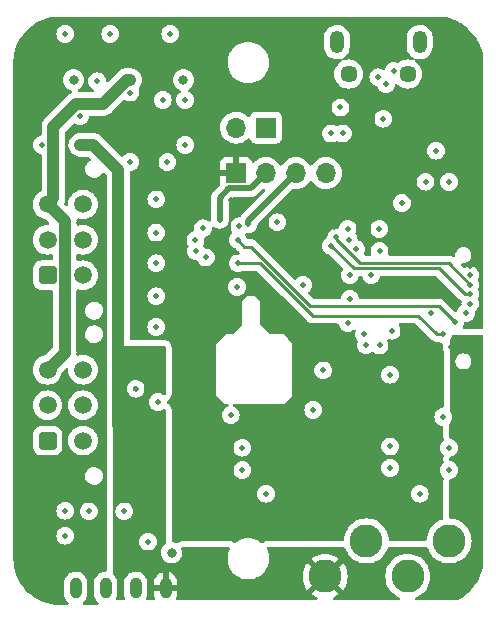
<source format=gbr>
%TF.GenerationSoftware,KiCad,Pcbnew,7.0.2*%
%TF.CreationDate,2023-09-23T15:20:02-05:00*%
%TF.ProjectId,BPS-PeripheralSOM,4250532d-5065-4726-9970-686572616c53,rev?*%
%TF.SameCoordinates,Original*%
%TF.FileFunction,Copper,L3,Inr*%
%TF.FilePolarity,Positive*%
%FSLAX46Y46*%
G04 Gerber Fmt 4.6, Leading zero omitted, Abs format (unit mm)*
G04 Created by KiCad (PCBNEW 7.0.2) date 2023-09-23 15:20:02*
%MOMM*%
%LPD*%
G01*
G04 APERTURE LIST*
G04 Aperture macros list*
%AMRoundRect*
0 Rectangle with rounded corners*
0 $1 Rounding radius*
0 $2 $3 $4 $5 $6 $7 $8 $9 X,Y pos of 4 corners*
0 Add a 4 corners polygon primitive as box body*
4,1,4,$2,$3,$4,$5,$6,$7,$8,$9,$2,$3,0*
0 Add four circle primitives for the rounded corners*
1,1,$1+$1,$2,$3*
1,1,$1+$1,$4,$5*
1,1,$1+$1,$6,$7*
1,1,$1+$1,$8,$9*
0 Add four rect primitives between the rounded corners*
20,1,$1+$1,$2,$3,$4,$5,0*
20,1,$1+$1,$4,$5,$6,$7,0*
20,1,$1+$1,$6,$7,$8,$9,0*
20,1,$1+$1,$8,$9,$2,$3,0*%
G04 Aperture macros list end*
%TA.AperFunction,ComponentPad*%
%ADD10C,2.800000*%
%TD*%
%TA.AperFunction,ComponentPad*%
%ADD11R,1.700000X1.700000*%
%TD*%
%TA.AperFunction,ComponentPad*%
%ADD12O,1.700000X1.700000*%
%TD*%
%TA.AperFunction,ComponentPad*%
%ADD13RoundRect,0.250001X0.499999X-0.499999X0.499999X0.499999X-0.499999X0.499999X-0.499999X-0.499999X0*%
%TD*%
%TA.AperFunction,ComponentPad*%
%ADD14C,1.500000*%
%TD*%
%TA.AperFunction,ComponentPad*%
%ADD15O,1.000000X1.800000*%
%TD*%
%TA.AperFunction,ComponentPad*%
%ADD16O,1.200000X1.900000*%
%TD*%
%TA.AperFunction,ComponentPad*%
%ADD17C,1.450000*%
%TD*%
%TA.AperFunction,ViaPad*%
%ADD18C,0.800000*%
%TD*%
%TA.AperFunction,ViaPad*%
%ADD19C,0.500000*%
%TD*%
%TA.AperFunction,Conductor*%
%ADD20C,1.000000*%
%TD*%
%TA.AperFunction,Conductor*%
%ADD21C,0.500000*%
%TD*%
%TA.AperFunction,Conductor*%
%ADD22C,0.250000*%
%TD*%
G04 APERTURE END LIST*
D10*
%TO.N,GNDPWR*%
%TO.C,TP4*%
X137000000Y-84500000D03*
%TD*%
D11*
%TO.N,+3.3V*%
%TO.C,J1*%
X118950000Y-53350000D03*
D12*
%TO.N,/SWCLK*%
X121490000Y-53350000D03*
%TO.N,/SWDIO*%
X124030000Y-53350000D03*
%TO.N,GND*%
X126570000Y-53350000D03*
%TD*%
D11*
%TO.N,/CAN_L*%
%TO.C,JP1*%
X121500000Y-49500000D03*
D12*
%TO.N,/CAN/TERM_H*%
X118960000Y-49500000D03*
%TD*%
D10*
%TO.N,GND*%
%TO.C,TP6*%
X130000000Y-84500000D03*
%TD*%
D13*
%TO.N,GNDPWR*%
%TO.C,J2*%
X103000000Y-62000000D03*
D14*
%TO.N,/CAN_L*%
X103000000Y-59000000D03*
%TO.N,GND1*%
X103000000Y-56000000D03*
%TO.N,/V_CAN_IN*%
X106000000Y-62000000D03*
%TO.N,/CAN_H*%
X106000000Y-59000000D03*
%TO.N,/5V_Ext*%
X106000000Y-56000000D03*
%TD*%
D15*
%TO.N,GNDPWR*%
%TO.C,U2*%
X105380000Y-88500000D03*
%TO.N,Net-(Q1-D)*%
X107920000Y-88500000D03*
%TO.N,GND*%
X110460000Y-88500000D03*
%TO.N,+5V*%
X113000000Y-88500000D03*
%TD*%
D16*
%TO.N,GND*%
%TO.C,J3*%
X134500000Y-42262500D03*
D17*
X133500000Y-44962500D03*
X128500000Y-44962500D03*
D16*
X127500000Y-42262500D03*
%TD*%
D10*
%TO.N,+5V*%
%TO.C,TP5*%
X126500000Y-87500000D03*
%TD*%
%TO.N,Net-(Q1-D)*%
%TO.C,TP3*%
X133500000Y-87500000D03*
%TD*%
D13*
%TO.N,GNDPWR*%
%TO.C,J5*%
X103000000Y-76000000D03*
D14*
%TO.N,/CAN_L*%
X103000000Y-73000000D03*
%TO.N,GND1*%
X103000000Y-70000000D03*
%TO.N,/V_CAN_IN*%
X106000000Y-76000000D03*
%TO.N,/CAN_H*%
X106000000Y-73000000D03*
%TO.N,/5V_Ext*%
X106000000Y-70000000D03*
%TD*%
D18*
%TO.N,+5V*%
X105775000Y-50962500D03*
D19*
X110000000Y-69200000D03*
X137200000Y-68050000D03*
%TO.N,GND*%
X129800000Y-67000000D03*
X135503987Y-65192160D03*
X114665000Y-50962500D03*
X134500000Y-80500000D03*
X135890000Y-51450000D03*
X124620326Y-62829674D03*
X131437500Y-48750000D03*
X119050000Y-63000000D03*
X136500000Y-74000000D03*
X137000000Y-78500000D03*
X112350000Y-72750000D03*
X128500000Y-59000000D03*
X119500000Y-78500000D03*
X138800000Y-62000000D03*
X118500000Y-73850000D03*
X119250000Y-57850500D03*
X121500000Y-80500000D03*
X102500000Y-50962500D03*
%TO.N,+3.3V*%
X118550000Y-55650000D03*
X110450000Y-71600000D03*
X120900000Y-63000000D03*
X133062035Y-47138988D03*
X138800000Y-61200000D03*
X116300000Y-68450000D03*
X137000000Y-64374500D03*
X131000000Y-55912500D03*
X136000000Y-48700000D03*
X116550500Y-63769712D03*
X123968518Y-69000000D03*
X120912500Y-59000000D03*
X107000000Y-49562500D03*
X116350000Y-73900000D03*
X116500000Y-71500000D03*
X127294543Y-57887678D03*
%TO.N,/NRST*%
X119500000Y-76600000D03*
%TO.N,GNDPWR*%
X109500000Y-82000000D03*
%TO.N,/PB4*%
X115543483Y-59981017D03*
%TO.N,/PB5*%
X116400500Y-60500000D03*
%TO.N,/SPI2_MOSI*%
X128400000Y-58049999D03*
%TO.N,/SPI2_NSS*%
X129131233Y-59818767D03*
%TO.N,/SPI2_SCK*%
X131105100Y-59950001D03*
%TO.N,/SPI2_MISO*%
X131100026Y-58079573D03*
%TO.N,/SPI1_SCK*%
X128400000Y-66049999D03*
%TO.N,/SPI1_NSS*%
X129954641Y-67945359D03*
%TO.N,/SPI1_MOSI*%
X131105100Y-67950001D03*
X130412500Y-62000000D03*
%TO.N,/SPI1_MISO*%
X132122872Y-66701627D03*
%TO.N,/5V_Ext*%
X104500000Y-81937500D03*
%TO.N,/PA1*%
X132000000Y-78325000D03*
%TO.N,Net-(D2-A)*%
X112200000Y-66386100D03*
%TO.N,/PB3*%
X115524500Y-59000000D03*
%TO.N,/SWCLK*%
X117587500Y-57300000D03*
%TO.N,/SWDIO*%
X120000000Y-57700000D03*
%TO.N,/I2C1_SCL*%
X119087500Y-59000000D03*
X137500000Y-66000000D03*
%TO.N,/I2C1_SDA*%
X136500000Y-67000000D03*
X119087500Y-61000000D03*
%TO.N,/I2C2_SCL*%
X138800000Y-63600000D03*
X127000000Y-59500000D03*
%TO.N,/CAN/RSlope*%
X113395000Y-41562500D03*
%TO.N,Net-(U1-PA5)*%
X128587500Y-64000000D03*
%TO.N,Net-(U1-PA7)*%
X128587500Y-62000000D03*
%TO.N,/USART1_TX*%
X128000000Y-50000000D03*
%TO.N,/USART1_RX*%
X127000000Y-50000000D03*
%TO.N,/SILENT*%
X110003246Y-52418246D03*
X113149431Y-52425500D03*
%TO.N,GNDA*%
X132000000Y-70425500D03*
X138429500Y-65200000D03*
X125500000Y-73400000D03*
%TO.N,VDDA*%
X126337500Y-70062500D03*
X138800000Y-64400000D03*
%TO.N,/PowerDist/5V_Ferrite*%
X104500000Y-84062500D03*
X106500000Y-82000000D03*
X111500000Y-84550000D03*
%TO.N,/V_CAN_IN*%
X108315000Y-41562500D03*
X107200000Y-45575000D03*
D18*
%TO.N,GND1*%
X110000000Y-45462500D03*
X114500000Y-45462500D03*
D19*
%TO.N,/CAN/V_ISO_Out*%
X104505000Y-41562500D03*
%TO.N,/CAN/GND_ISO_Out*%
X105746375Y-48538876D03*
D18*
X105200000Y-45462500D03*
D19*
%TO.N,/CAN_H*%
X112750000Y-47162500D03*
X109998882Y-46533203D03*
%TO.N,/CAN_L*%
X114650000Y-47162500D03*
%TO.N,/PA15*%
X116168500Y-58031500D03*
%TO.N,Net-(J3-VBUS)*%
X132300000Y-44677575D03*
%TO.N,Net-(J3-D-)*%
X127800000Y-47800000D03*
X131650000Y-45837500D03*
%TO.N,Net-(J3-D+)*%
X131000000Y-45252075D03*
%TO.N,Net-(D14-A)*%
X112200000Y-58386100D03*
%TO.N,Net-(D13-A)*%
X112200000Y-60986100D03*
%TO.N,Net-(D12-A)*%
X112200000Y-63786100D03*
%TO.N,Net-(C5-Pad1)*%
X132000000Y-76500000D03*
X137000000Y-76600000D03*
%TO.N,Net-(D4-A)*%
X112200000Y-55586100D03*
D18*
%TO.N,Net-(Q1-D)*%
X113500000Y-85500000D03*
D19*
%TO.N,/PA8*%
X122465423Y-57513610D03*
%TO.N,Net-(IC1-1GATE)*%
X133000000Y-55900000D03*
%TO.N,/I2C2_SDA*%
X127448848Y-58800497D03*
X138800000Y-62800000D03*
%TO.N,Net-(IC1-2DRAIN_1)*%
X137000000Y-54100000D03*
%TO.N,Net-(IC1-1DRAIN_1)*%
X135000000Y-54087500D03*
%TD*%
D20*
%TO.N,+5V*%
X109000000Y-53093750D02*
X106868750Y-50962500D01*
X106868750Y-50962500D02*
X105775000Y-50962500D01*
X109000000Y-74700000D02*
X109000000Y-53093750D01*
D21*
%TO.N,/SWCLK*%
X118400000Y-54650000D02*
X117587500Y-55462500D01*
X120190000Y-54650000D02*
X118400000Y-54650000D01*
X121490000Y-53350000D02*
X120190000Y-54650000D01*
X117587500Y-55462500D02*
X117587500Y-57300000D01*
%TO.N,/SWDIO*%
X124030000Y-53350000D02*
X120000000Y-57380000D01*
X120000000Y-57380000D02*
X120000000Y-57700000D01*
D22*
%TO.N,/I2C1_SCL*%
X125242329Y-64617194D02*
X120200135Y-59575000D01*
X120200135Y-59575000D02*
X119662500Y-59575000D01*
X119662500Y-59575000D02*
X119087500Y-59000000D01*
X137500000Y-66000000D02*
X136117194Y-64617194D01*
X136117194Y-64617194D02*
X125242329Y-64617194D01*
%TO.N,/I2C1_SDA*%
X119087500Y-61000000D02*
X120988739Y-61000000D01*
X134400000Y-65450000D02*
X135950000Y-67000000D01*
X120988739Y-61000000D02*
X125438739Y-65450000D01*
X125438739Y-65450000D02*
X134400000Y-65450000D01*
X135950000Y-67000000D02*
X136500000Y-67000000D01*
%TO.N,/I2C2_SCL*%
X136150000Y-61425000D02*
X138325000Y-63600000D01*
X128925000Y-61425000D02*
X136150000Y-61425000D01*
X127000000Y-59500000D02*
X128925000Y-61425000D01*
X138325000Y-63600000D02*
X138800000Y-63600000D01*
D20*
%TO.N,GND1*%
X109726082Y-45462500D02*
X107688582Y-47500000D01*
X110000000Y-45462500D02*
X109726082Y-45462500D01*
X103500000Y-55500000D02*
X103000000Y-56000000D01*
X107688582Y-47500000D02*
X105441748Y-47500000D01*
X103500000Y-49441748D02*
X103500000Y-55500000D01*
X105441748Y-47500000D02*
X103500000Y-49441748D01*
X104450000Y-68550000D02*
X104450000Y-57450000D01*
X103000000Y-70000000D02*
X104450000Y-68550000D01*
X104450000Y-57450000D02*
X103000000Y-56000000D01*
D22*
%TO.N,/I2C2_SDA*%
X129474293Y-60975000D02*
X136961827Y-60975000D01*
X136961827Y-60975000D02*
X138786827Y-62800000D01*
X138786827Y-62800000D02*
X138800000Y-62800000D01*
X127448848Y-58949555D02*
X129474293Y-60975000D01*
X127448848Y-58800497D02*
X127448848Y-58949555D01*
%TD*%
%TA.AperFunction,Conductor*%
%TO.N,+3.3V*%
G36*
X136002855Y-40100632D02*
G01*
X136354083Y-40116870D01*
X136365473Y-40117926D01*
X136710864Y-40166105D01*
X136722107Y-40168207D01*
X137061578Y-40248050D01*
X137072568Y-40251177D01*
X137403244Y-40362009D01*
X137413898Y-40366137D01*
X137732922Y-40506999D01*
X137743149Y-40512091D01*
X137925184Y-40613484D01*
X138047809Y-40681786D01*
X138057547Y-40687815D01*
X138345249Y-40884895D01*
X138354386Y-40891796D01*
X138595013Y-41091610D01*
X138622665Y-41114572D01*
X138631129Y-41122288D01*
X138877711Y-41368870D01*
X138885427Y-41377334D01*
X139108201Y-41645610D01*
X139115104Y-41654750D01*
X139312184Y-41942452D01*
X139318213Y-41952190D01*
X139363442Y-42033391D01*
X139481682Y-42245673D01*
X139487901Y-42256837D01*
X139493006Y-42267090D01*
X139633857Y-42586088D01*
X139637995Y-42596768D01*
X139748818Y-42927418D01*
X139751952Y-42938434D01*
X139831790Y-43277884D01*
X139833895Y-43289143D01*
X139882072Y-43634519D01*
X139883129Y-43645923D01*
X139899368Y-43997143D01*
X139899500Y-44002870D01*
X139899500Y-66420500D01*
X139879815Y-66487539D01*
X139827011Y-66533294D01*
X139775500Y-66544500D01*
X138268586Y-66544500D01*
X138201547Y-66524815D01*
X138155792Y-66472011D01*
X138145848Y-66402853D01*
X138163593Y-66354527D01*
X138180455Y-66327691D01*
X138180456Y-66327690D01*
X138236313Y-66168059D01*
X138248528Y-66059642D01*
X138275596Y-65995228D01*
X138333190Y-65955673D01*
X138385632Y-65950306D01*
X138429500Y-65955249D01*
X138429500Y-65955248D01*
X138429501Y-65955249D01*
X138473370Y-65950306D01*
X138597559Y-65936313D01*
X138757190Y-65880456D01*
X138900390Y-65790477D01*
X139019977Y-65670890D01*
X139109956Y-65527690D01*
X139165813Y-65368059D01*
X139184749Y-65200000D01*
X139177121Y-65132302D01*
X139189175Y-65063481D01*
X139234368Y-65013424D01*
X139270890Y-64990477D01*
X139390477Y-64870890D01*
X139480456Y-64727690D01*
X139536313Y-64568059D01*
X139555249Y-64400000D01*
X139536313Y-64231941D01*
X139480456Y-64072310D01*
X139476471Y-64065969D01*
X139457473Y-63998733D01*
X139476475Y-63934024D01*
X139480456Y-63927690D01*
X139536313Y-63768059D01*
X139555249Y-63600000D01*
X139536313Y-63431941D01*
X139480456Y-63272310D01*
X139476471Y-63265969D01*
X139457473Y-63198733D01*
X139476475Y-63134024D01*
X139480456Y-63127690D01*
X139536313Y-62968059D01*
X139555249Y-62800000D01*
X139536313Y-62631941D01*
X139480456Y-62472310D01*
X139476471Y-62465969D01*
X139457473Y-62398733D01*
X139476475Y-62334024D01*
X139480456Y-62327690D01*
X139536313Y-62168059D01*
X139555249Y-62000000D01*
X139536313Y-61831941D01*
X139480456Y-61672310D01*
X139390477Y-61529110D01*
X139270890Y-61409523D01*
X139127690Y-61319544D01*
X138968059Y-61263687D01*
X138968058Y-61263686D01*
X138968056Y-61263686D01*
X138800000Y-61244750D01*
X138631943Y-61263686D01*
X138472307Y-61319545D01*
X138383256Y-61375499D01*
X138316019Y-61394499D01*
X138249184Y-61374131D01*
X138229604Y-61358186D01*
X138062044Y-61190626D01*
X138028559Y-61129303D01*
X138033543Y-61059611D01*
X138075415Y-61003678D01*
X138140879Y-60979261D01*
X138156230Y-60979176D01*
X138158895Y-60979500D01*
X138162652Y-60979500D01*
X138237356Y-60979500D01*
X138241105Y-60979500D01*
X138363809Y-60964601D01*
X138518099Y-60906087D01*
X138653901Y-60812349D01*
X138763325Y-60688835D01*
X138840010Y-60542724D01*
X138879500Y-60382506D01*
X138879500Y-60217494D01*
X138840010Y-60057276D01*
X138763325Y-59911165D01*
X138653901Y-59787651D01*
X138653900Y-59787650D01*
X138653899Y-59787649D01*
X138518099Y-59693912D01*
X138363809Y-59635399D01*
X138244825Y-59620951D01*
X138244813Y-59620950D01*
X138241105Y-59620500D01*
X138158895Y-59620500D01*
X138155187Y-59620950D01*
X138155174Y-59620951D01*
X138036190Y-59635399D01*
X137881900Y-59693912D01*
X137746100Y-59787649D01*
X137636673Y-59911167D01*
X137559990Y-60057274D01*
X137520500Y-60217494D01*
X137520500Y-60358669D01*
X137500815Y-60425708D01*
X137448011Y-60471463D01*
X137378853Y-60481407D01*
X137336765Y-60467332D01*
X137314856Y-60455288D01*
X137298591Y-60444604D01*
X137282763Y-60432327D01*
X137242678Y-60414980D01*
X137232188Y-60409841D01*
X137193918Y-60388802D01*
X137174518Y-60383821D01*
X137156111Y-60377519D01*
X137137724Y-60369562D01*
X137094585Y-60362729D01*
X137083151Y-60360361D01*
X137040846Y-60349500D01*
X137020811Y-60349500D01*
X137001413Y-60347973D01*
X136993989Y-60346797D01*
X136981632Y-60344840D01*
X136981631Y-60344840D01*
X136948578Y-60347964D01*
X136938152Y-60348950D01*
X136926483Y-60349500D01*
X131935190Y-60349500D01*
X131868151Y-60329815D01*
X131822396Y-60277011D01*
X131812452Y-60207853D01*
X131818149Y-60184545D01*
X131822430Y-60172310D01*
X131841413Y-60118060D01*
X131860349Y-59950001D01*
X131841413Y-59781942D01*
X131785556Y-59622311D01*
X131695577Y-59479111D01*
X131575990Y-59359524D01*
X131432790Y-59269545D01*
X131273159Y-59213688D01*
X131273158Y-59213687D01*
X131273156Y-59213687D01*
X131105100Y-59194751D01*
X130937043Y-59213687D01*
X130777410Y-59269545D01*
X130634208Y-59359525D01*
X130514624Y-59479109D01*
X130424644Y-59622311D01*
X130368786Y-59781944D01*
X130349850Y-59950001D01*
X130368786Y-60118059D01*
X130392051Y-60184545D01*
X130395613Y-60254324D01*
X130360885Y-60314951D01*
X130298891Y-60347179D01*
X130275010Y-60349500D01*
X129908470Y-60349500D01*
X129841431Y-60329815D01*
X129795676Y-60277011D01*
X129785732Y-60207853D01*
X129803476Y-60159529D01*
X129811687Y-60146460D01*
X129811686Y-60146460D01*
X129811689Y-60146457D01*
X129867546Y-59986826D01*
X129886482Y-59818767D01*
X129885827Y-59812958D01*
X129877302Y-59737294D01*
X129867546Y-59650708D01*
X129811689Y-59491077D01*
X129721710Y-59347877D01*
X129602123Y-59228290D01*
X129458923Y-59138311D01*
X129336652Y-59095526D01*
X129279878Y-59054806D01*
X129254389Y-58992369D01*
X129252610Y-58976577D01*
X129236313Y-58831941D01*
X129180456Y-58672310D01*
X129090477Y-58529110D01*
X129090475Y-58529108D01*
X129083043Y-58517280D01*
X129085572Y-58515690D01*
X129062331Y-58473126D01*
X129067315Y-58403434D01*
X129078507Y-58380791D01*
X129080455Y-58377690D01*
X129080456Y-58377689D01*
X129136313Y-58218058D01*
X129151917Y-58079573D01*
X130344776Y-58079573D01*
X130363712Y-58247629D01*
X130363712Y-58247631D01*
X130363713Y-58247632D01*
X130419570Y-58407263D01*
X130509549Y-58550463D01*
X130629136Y-58670050D01*
X130772336Y-58760029D01*
X130931967Y-58815886D01*
X131100026Y-58834822D01*
X131268085Y-58815886D01*
X131427716Y-58760029D01*
X131570916Y-58670050D01*
X131690503Y-58550463D01*
X131780482Y-58407263D01*
X131836339Y-58247632D01*
X131855275Y-58079573D01*
X131854749Y-58074909D01*
X131845612Y-57993812D01*
X131836339Y-57911514D01*
X131780482Y-57751883D01*
X131690503Y-57608683D01*
X131570916Y-57489096D01*
X131427716Y-57399117D01*
X131268085Y-57343260D01*
X131268084Y-57343259D01*
X131268082Y-57343259D01*
X131100026Y-57324323D01*
X130931969Y-57343259D01*
X130772336Y-57399117D01*
X130629134Y-57489097D01*
X130509550Y-57608681D01*
X130419570Y-57751883D01*
X130363712Y-57911516D01*
X130344776Y-58079573D01*
X129151917Y-58079573D01*
X129155249Y-58049999D01*
X129136313Y-57881940D01*
X129080456Y-57722309D01*
X128990477Y-57579109D01*
X128870890Y-57459522D01*
X128727690Y-57369543D01*
X128568059Y-57313686D01*
X128568058Y-57313685D01*
X128568056Y-57313685D01*
X128399999Y-57294749D01*
X128231943Y-57313685D01*
X128072310Y-57369543D01*
X127929108Y-57459523D01*
X127809524Y-57579107D01*
X127719544Y-57722309D01*
X127663686Y-57881942D01*
X127656707Y-57943883D01*
X127629640Y-58008297D01*
X127572045Y-58047852D01*
X127519604Y-58053219D01*
X127448849Y-58045247D01*
X127280791Y-58064183D01*
X127121158Y-58120041D01*
X126977956Y-58210021D01*
X126858372Y-58329605D01*
X126768392Y-58472807D01*
X126712534Y-58632440D01*
X126699596Y-58747261D01*
X126672529Y-58811675D01*
X126642349Y-58838369D01*
X126529109Y-58909523D01*
X126409524Y-59029108D01*
X126319544Y-59172310D01*
X126263686Y-59331943D01*
X126244750Y-59500000D01*
X126263686Y-59668056D01*
X126263686Y-59668058D01*
X126263687Y-59668059D01*
X126319544Y-59827690D01*
X126409523Y-59970890D01*
X126529110Y-60090477D01*
X126672310Y-60180456D01*
X126831941Y-60236313D01*
X126831942Y-60236313D01*
X126835657Y-60237613D01*
X126882384Y-60266974D01*
X127984015Y-61368605D01*
X128017500Y-61429928D01*
X128012516Y-61499620D01*
X128001328Y-61522258D01*
X127907044Y-61672309D01*
X127851186Y-61831943D01*
X127832250Y-62000000D01*
X127851186Y-62168056D01*
X127851186Y-62168058D01*
X127851187Y-62168059D01*
X127907044Y-62327690D01*
X127997023Y-62470890D01*
X128116610Y-62590477D01*
X128259810Y-62680456D01*
X128419441Y-62736313D01*
X128587500Y-62755249D01*
X128755559Y-62736313D01*
X128915190Y-62680456D01*
X129058390Y-62590477D01*
X129177977Y-62470890D01*
X129267956Y-62327690D01*
X129323813Y-62168059D01*
X129324652Y-62160616D01*
X129351719Y-62096202D01*
X129409314Y-62056647D01*
X129447872Y-62050500D01*
X129552128Y-62050500D01*
X129619167Y-62070185D01*
X129664922Y-62122989D01*
X129675348Y-62160616D01*
X129676186Y-62168056D01*
X129676186Y-62168058D01*
X129676187Y-62168059D01*
X129732044Y-62327690D01*
X129822023Y-62470890D01*
X129941610Y-62590477D01*
X130084810Y-62680456D01*
X130244441Y-62736313D01*
X130356480Y-62748936D01*
X130412499Y-62755249D01*
X130412499Y-62755248D01*
X130412500Y-62755249D01*
X130580559Y-62736313D01*
X130740190Y-62680456D01*
X130883390Y-62590477D01*
X131002977Y-62470890D01*
X131092956Y-62327690D01*
X131148813Y-62168059D01*
X131149652Y-62160616D01*
X131176719Y-62096202D01*
X131234314Y-62056647D01*
X131272872Y-62050500D01*
X135839548Y-62050500D01*
X135906587Y-62070185D01*
X135927228Y-62086818D01*
X136890195Y-63049786D01*
X137824196Y-63983787D01*
X137837096Y-63999888D01*
X137888223Y-64047900D01*
X137891020Y-64050611D01*
X137910529Y-64070120D01*
X137913709Y-64072587D01*
X137922571Y-64080155D01*
X137941022Y-64097482D01*
X137954418Y-64110062D01*
X137971970Y-64119711D01*
X137988238Y-64130397D01*
X138013131Y-64149707D01*
X138054036Y-64206351D01*
X138060348Y-64261568D01*
X138044750Y-64400000D01*
X138052378Y-64467697D01*
X138040324Y-64536519D01*
X137995133Y-64586573D01*
X137958609Y-64609523D01*
X137839024Y-64729108D01*
X137749044Y-64872310D01*
X137688573Y-65045128D01*
X137685826Y-65044167D01*
X137666931Y-65089129D01*
X137609335Y-65128682D01*
X137539498Y-65130817D01*
X137483100Y-65098509D01*
X136617996Y-64233405D01*
X136605100Y-64217307D01*
X136553969Y-64169292D01*
X136551172Y-64166581D01*
X136534421Y-64149830D01*
X136531665Y-64147074D01*
X136528484Y-64144606D01*
X136519616Y-64137031D01*
X136487776Y-64107132D01*
X136470218Y-64097479D01*
X136453958Y-64086798D01*
X136438130Y-64074521D01*
X136398045Y-64057174D01*
X136387555Y-64052035D01*
X136349285Y-64030996D01*
X136329885Y-64026015D01*
X136311478Y-64019713D01*
X136293091Y-64011756D01*
X136249952Y-64004923D01*
X136238518Y-64002555D01*
X136196213Y-63991694D01*
X136176178Y-63991694D01*
X136156780Y-63990167D01*
X136149356Y-63988991D01*
X136136999Y-63987034D01*
X136136998Y-63987034D01*
X136103945Y-63990158D01*
X136093519Y-63991144D01*
X136081850Y-63991694D01*
X129452626Y-63991694D01*
X129385587Y-63972009D01*
X129339832Y-63919205D01*
X129329406Y-63881578D01*
X129323813Y-63831943D01*
X129323813Y-63831941D01*
X129267956Y-63672310D01*
X129177977Y-63529110D01*
X129058390Y-63409523D01*
X128915190Y-63319544D01*
X128755559Y-63263687D01*
X128755558Y-63263686D01*
X128755556Y-63263686D01*
X128587500Y-63244750D01*
X128419443Y-63263686D01*
X128259810Y-63319544D01*
X128116608Y-63409524D01*
X127997024Y-63529108D01*
X127907044Y-63672310D01*
X127851186Y-63831943D01*
X127845594Y-63881578D01*
X127818527Y-63945992D01*
X127760933Y-63985547D01*
X127722374Y-63991694D01*
X125552782Y-63991694D01*
X125485743Y-63972009D01*
X125465101Y-63955375D01*
X125098227Y-63588501D01*
X125064742Y-63527178D01*
X125069726Y-63457486D01*
X125098223Y-63413143D01*
X125210803Y-63300564D01*
X125300782Y-63157364D01*
X125356639Y-62997733D01*
X125375575Y-62829674D01*
X125356639Y-62661615D01*
X125300782Y-62501984D01*
X125210803Y-62358784D01*
X125091216Y-62239197D01*
X124948016Y-62149218D01*
X124788385Y-62093361D01*
X124788384Y-62093360D01*
X124788382Y-62093360D01*
X124620325Y-62074424D01*
X124452269Y-62093360D01*
X124292636Y-62149218D01*
X124149436Y-62239197D01*
X124036860Y-62351773D01*
X123975537Y-62385257D01*
X123905845Y-62380273D01*
X123861498Y-62351772D01*
X120700937Y-59191211D01*
X120688041Y-59175113D01*
X120636910Y-59127098D01*
X120634113Y-59124387D01*
X120617362Y-59107636D01*
X120614606Y-59104880D01*
X120611425Y-59102412D01*
X120602557Y-59094837D01*
X120570717Y-59064938D01*
X120553159Y-59055285D01*
X120536899Y-59044604D01*
X120521071Y-59032327D01*
X120480986Y-59014980D01*
X120470496Y-59009841D01*
X120432226Y-58988802D01*
X120412826Y-58983821D01*
X120394419Y-58977519D01*
X120376032Y-58969562D01*
X120332893Y-58962729D01*
X120321459Y-58960361D01*
X120279154Y-58949500D01*
X120259119Y-58949500D01*
X120239721Y-58947973D01*
X120232297Y-58946797D01*
X120219940Y-58944840D01*
X120219939Y-58944840D01*
X120186886Y-58947964D01*
X120176460Y-58948950D01*
X120164791Y-58949500D01*
X119972952Y-58949500D01*
X119905913Y-58929815D01*
X119885271Y-58913181D01*
X119854474Y-58882384D01*
X119825113Y-58835657D01*
X119823813Y-58831941D01*
X119767956Y-58672310D01*
X119743330Y-58633119D01*
X119724331Y-58565883D01*
X119744699Y-58499048D01*
X119797967Y-58453834D01*
X119855534Y-58443358D01*
X119868789Y-58444129D01*
X119868790Y-58444130D01*
X119932776Y-58447856D01*
X119939450Y-58448425D01*
X120000000Y-58455249D01*
X120009822Y-58454141D01*
X120030914Y-58453572D01*
X120043935Y-58454331D01*
X120103490Y-58443829D01*
X120111090Y-58442731D01*
X120168059Y-58436313D01*
X120180847Y-58431837D01*
X120200261Y-58426765D01*
X120216711Y-58423865D01*
X120268890Y-58401356D01*
X120277003Y-58398190D01*
X120327690Y-58380456D01*
X120342260Y-58371300D01*
X120359110Y-58362440D01*
X120377804Y-58354377D01*
X120406963Y-58332668D01*
X120420461Y-58322619D01*
X120428524Y-58317095D01*
X120470890Y-58290477D01*
X120485642Y-58275723D01*
X120499262Y-58263953D01*
X120518530Y-58249610D01*
X120550375Y-58211656D01*
X120557671Y-58203694D01*
X120590477Y-58170890D01*
X120603519Y-58150132D01*
X120613519Y-58136404D01*
X120631302Y-58115214D01*
X120651909Y-58074178D01*
X120657703Y-58063897D01*
X120680456Y-58027690D01*
X120689759Y-58001102D01*
X120695987Y-57986415D01*
X120703575Y-57971306D01*
X120710040Y-57958433D01*
X120719784Y-57917316D01*
X120723395Y-57904973D01*
X120736313Y-57868059D01*
X120739874Y-57836442D01*
X120742434Y-57821749D01*
X120750500Y-57787721D01*
X120750499Y-57749110D01*
X120751279Y-57735226D01*
X120752153Y-57727470D01*
X120779221Y-57663056D01*
X120787682Y-57653684D01*
X120927757Y-57513609D01*
X121710173Y-57513609D01*
X121729109Y-57681666D01*
X121729109Y-57681668D01*
X121729110Y-57681669D01*
X121784967Y-57841300D01*
X121874946Y-57984500D01*
X121994533Y-58104087D01*
X122137733Y-58194066D01*
X122297364Y-58249923D01*
X122465423Y-58268859D01*
X122633482Y-58249923D01*
X122793113Y-58194066D01*
X122936313Y-58104087D01*
X123055900Y-57984500D01*
X123145879Y-57841300D01*
X123201736Y-57681669D01*
X123220672Y-57513610D01*
X123201736Y-57345551D01*
X123145879Y-57185920D01*
X123055900Y-57042720D01*
X122936313Y-56923133D01*
X122793113Y-56833154D01*
X122633482Y-56777297D01*
X122633481Y-56777296D01*
X122633479Y-56777296D01*
X122465422Y-56758360D01*
X122297366Y-56777296D01*
X122137733Y-56833154D01*
X121994531Y-56923134D01*
X121874947Y-57042718D01*
X121784967Y-57185920D01*
X121729109Y-57345553D01*
X121710173Y-57513609D01*
X120927757Y-57513609D01*
X122541366Y-55899999D01*
X132244750Y-55899999D01*
X132263686Y-56068056D01*
X132263686Y-56068058D01*
X132263687Y-56068059D01*
X132319544Y-56227690D01*
X132409523Y-56370890D01*
X132529110Y-56490477D01*
X132672310Y-56580456D01*
X132831941Y-56636313D01*
X132943980Y-56648936D01*
X132999999Y-56655249D01*
X132999999Y-56655248D01*
X133000000Y-56655249D01*
X133168059Y-56636313D01*
X133327690Y-56580456D01*
X133470890Y-56490477D01*
X133590477Y-56370890D01*
X133680456Y-56227690D01*
X133736313Y-56068059D01*
X133755249Y-55900000D01*
X133736313Y-55731941D01*
X133680456Y-55572310D01*
X133590477Y-55429110D01*
X133470890Y-55309523D01*
X133327690Y-55219544D01*
X133168059Y-55163687D01*
X133168058Y-55163686D01*
X133168056Y-55163686D01*
X133000000Y-55144750D01*
X132831943Y-55163686D01*
X132672310Y-55219544D01*
X132529108Y-55309524D01*
X132409524Y-55429108D01*
X132319544Y-55572310D01*
X132263686Y-55731943D01*
X132244750Y-55899999D01*
X122541366Y-55899999D01*
X123718499Y-54722866D01*
X123779820Y-54689383D01*
X123816977Y-54687021D01*
X124030000Y-54705659D01*
X124265408Y-54685063D01*
X124493663Y-54623903D01*
X124707830Y-54524035D01*
X124901401Y-54388495D01*
X125068495Y-54221401D01*
X125198426Y-54035839D01*
X125253002Y-53992216D01*
X125322500Y-53985022D01*
X125384855Y-54016545D01*
X125401571Y-54035837D01*
X125531505Y-54221401D01*
X125698599Y-54388495D01*
X125892170Y-54524035D01*
X126106337Y-54623903D01*
X126334592Y-54685063D01*
X126570000Y-54705659D01*
X126805408Y-54685063D01*
X127033663Y-54623903D01*
X127247830Y-54524035D01*
X127441401Y-54388495D01*
X127608495Y-54221401D01*
X127702254Y-54087499D01*
X134244750Y-54087499D01*
X134263686Y-54255556D01*
X134263686Y-54255558D01*
X134263687Y-54255559D01*
X134319544Y-54415190D01*
X134409523Y-54558390D01*
X134529110Y-54677977D01*
X134672310Y-54767956D01*
X134831941Y-54823813D01*
X135000000Y-54842749D01*
X135168059Y-54823813D01*
X135327690Y-54767956D01*
X135470890Y-54677977D01*
X135590477Y-54558390D01*
X135680456Y-54415190D01*
X135736313Y-54255559D01*
X135753841Y-54099999D01*
X136244750Y-54099999D01*
X136263686Y-54268056D01*
X136263686Y-54268058D01*
X136263687Y-54268059D01*
X136319544Y-54427690D01*
X136409523Y-54570890D01*
X136529110Y-54690477D01*
X136672310Y-54780456D01*
X136831941Y-54836313D01*
X137000000Y-54855249D01*
X137168059Y-54836313D01*
X137327690Y-54780456D01*
X137470890Y-54690477D01*
X137590477Y-54570890D01*
X137680456Y-54427690D01*
X137736313Y-54268059D01*
X137755249Y-54100000D01*
X137753840Y-54087499D01*
X137740059Y-53965186D01*
X137736313Y-53931941D01*
X137680456Y-53772310D01*
X137590477Y-53629110D01*
X137470890Y-53509523D01*
X137327690Y-53419544D01*
X137168059Y-53363687D01*
X137168058Y-53363686D01*
X137168056Y-53363686D01*
X136999999Y-53344750D01*
X136831943Y-53363686D01*
X136672310Y-53419544D01*
X136529108Y-53509524D01*
X136409524Y-53629108D01*
X136319544Y-53772310D01*
X136263686Y-53931943D01*
X136244750Y-54099999D01*
X135753841Y-54099999D01*
X135755249Y-54087500D01*
X135736313Y-53919441D01*
X135680456Y-53759810D01*
X135590477Y-53616610D01*
X135470890Y-53497023D01*
X135327690Y-53407044D01*
X135168059Y-53351187D01*
X135168058Y-53351186D01*
X135168056Y-53351186D01*
X135000000Y-53332250D01*
X134831943Y-53351186D01*
X134672310Y-53407044D01*
X134529108Y-53497024D01*
X134409524Y-53616608D01*
X134319544Y-53759810D01*
X134263686Y-53919443D01*
X134244750Y-54087499D01*
X127702254Y-54087499D01*
X127744035Y-54027830D01*
X127843903Y-53813663D01*
X127905063Y-53585408D01*
X127925659Y-53350000D01*
X127905063Y-53114592D01*
X127843903Y-52886337D01*
X127744035Y-52672171D01*
X127608495Y-52478599D01*
X127441401Y-52311505D01*
X127247830Y-52175965D01*
X127033663Y-52076097D01*
X126961074Y-52056647D01*
X126805407Y-52014936D01*
X126569999Y-51994340D01*
X126334592Y-52014936D01*
X126106336Y-52076097D01*
X125892170Y-52175965D01*
X125698598Y-52311505D01*
X125531505Y-52478598D01*
X125401575Y-52664159D01*
X125346998Y-52707784D01*
X125277500Y-52714978D01*
X125215145Y-52683455D01*
X125198425Y-52664159D01*
X125183449Y-52642771D01*
X125068495Y-52478599D01*
X124901401Y-52311505D01*
X124707830Y-52175965D01*
X124493663Y-52076097D01*
X124421074Y-52056647D01*
X124265407Y-52014936D01*
X124030000Y-51994340D01*
X123794592Y-52014936D01*
X123566336Y-52076097D01*
X123352170Y-52175965D01*
X123158598Y-52311505D01*
X122991505Y-52478598D01*
X122861575Y-52664159D01*
X122806998Y-52707784D01*
X122737500Y-52714978D01*
X122675145Y-52683455D01*
X122658425Y-52664159D01*
X122643449Y-52642771D01*
X122528495Y-52478599D01*
X122361401Y-52311505D01*
X122167830Y-52175965D01*
X121953663Y-52076097D01*
X121881074Y-52056647D01*
X121725407Y-52014936D01*
X121489999Y-51994340D01*
X121254592Y-52014936D01*
X121026336Y-52076097D01*
X120812170Y-52175965D01*
X120618601Y-52311503D01*
X120496285Y-52433819D01*
X120434962Y-52467303D01*
X120365270Y-52462319D01*
X120309337Y-52420447D01*
X120292422Y-52389471D01*
X120243352Y-52257911D01*
X120157188Y-52142811D01*
X120042089Y-52056647D01*
X119907371Y-52006400D01*
X119851132Y-52000354D01*
X119844518Y-52000000D01*
X119200000Y-52000000D01*
X119200000Y-52914498D01*
X119092315Y-52865320D01*
X118985763Y-52850000D01*
X118914237Y-52850000D01*
X118807685Y-52865320D01*
X118700000Y-52914498D01*
X118700000Y-52000000D01*
X118055482Y-52000000D01*
X118048867Y-52000354D01*
X117992628Y-52006400D01*
X117857910Y-52056647D01*
X117742811Y-52142811D01*
X117656647Y-52257910D01*
X117606400Y-52392628D01*
X117600354Y-52448867D01*
X117600000Y-52455481D01*
X117600000Y-53100000D01*
X118516314Y-53100000D01*
X118490507Y-53140156D01*
X118450000Y-53278111D01*
X118450000Y-53421889D01*
X118490507Y-53559844D01*
X118516314Y-53600000D01*
X117600000Y-53600000D01*
X117600000Y-54244518D01*
X117600353Y-54251117D01*
X117607326Y-54315978D01*
X117594919Y-54384738D01*
X117571717Y-54416913D01*
X117101858Y-54886772D01*
X117088227Y-54898553D01*
X117068968Y-54912891D01*
X117037135Y-54950828D01*
X117029838Y-54958792D01*
X117028472Y-54960157D01*
X117028450Y-54960181D01*
X117025909Y-54962723D01*
X117023673Y-54965550D01*
X117023671Y-54965553D01*
X117006676Y-54987046D01*
X117004402Y-54989837D01*
X116955394Y-55048244D01*
X116944918Y-55064687D01*
X116912692Y-55133794D01*
X116911122Y-55137036D01*
X116876893Y-55205192D01*
X116870496Y-55223598D01*
X116855073Y-55298288D01*
X116854293Y-55301805D01*
X116836708Y-55376006D01*
X116834729Y-55395379D01*
X116836948Y-55471629D01*
X116837000Y-55475235D01*
X116837000Y-57250889D01*
X116836220Y-57264774D01*
X116832250Y-57300001D01*
X116835215Y-57326314D01*
X116823160Y-57395136D01*
X116775811Y-57446515D01*
X116708201Y-57464139D01*
X116646023Y-57445191D01*
X116608704Y-57421742D01*
X116496190Y-57351044D01*
X116336559Y-57295187D01*
X116336558Y-57295186D01*
X116336556Y-57295186D01*
X116168500Y-57276250D01*
X116000443Y-57295186D01*
X115840810Y-57351044D01*
X115697608Y-57441024D01*
X115578024Y-57560608D01*
X115488044Y-57703810D01*
X115432186Y-57863443D01*
X115413250Y-58031499D01*
X115425193Y-58137489D01*
X115413139Y-58206311D01*
X115365790Y-58257690D01*
X115342928Y-58268414D01*
X115196812Y-58319542D01*
X115053608Y-58409524D01*
X114934024Y-58529108D01*
X114844044Y-58672310D01*
X114788186Y-58831943D01*
X114769250Y-59000000D01*
X114788186Y-59168056D01*
X114788186Y-59168058D01*
X114788187Y-59168059D01*
X114844044Y-59327690D01*
X114914389Y-59439643D01*
X114933389Y-59506878D01*
X114914389Y-59571584D01*
X114892854Y-59605856D01*
X114863027Y-59653326D01*
X114807169Y-59812960D01*
X114788233Y-59981017D01*
X114807169Y-60149073D01*
X114807169Y-60149075D01*
X114807170Y-60149076D01*
X114863027Y-60308707D01*
X114953006Y-60451907D01*
X115072593Y-60571494D01*
X115215793Y-60661473D01*
X115375424Y-60717330D01*
X115442647Y-60724904D01*
X115543480Y-60736266D01*
X115543481Y-60736265D01*
X115543483Y-60736266D01*
X115584304Y-60731666D01*
X115653124Y-60743719D01*
X115704504Y-60791067D01*
X115715229Y-60813931D01*
X115720042Y-60827687D01*
X115720044Y-60827690D01*
X115810023Y-60970890D01*
X115929610Y-61090477D01*
X116072810Y-61180456D01*
X116232441Y-61236313D01*
X116344480Y-61248936D01*
X116400499Y-61255249D01*
X116400499Y-61255248D01*
X116400500Y-61255249D01*
X116568559Y-61236313D01*
X116728190Y-61180456D01*
X116871390Y-61090477D01*
X116990977Y-60970890D01*
X117080956Y-60827690D01*
X117136813Y-60668059D01*
X117155749Y-60500000D01*
X117136813Y-60331941D01*
X117080956Y-60172310D01*
X116990977Y-60029110D01*
X116871390Y-59909523D01*
X116728190Y-59819544D01*
X116568559Y-59763687D01*
X116568558Y-59763686D01*
X116568556Y-59763686D01*
X116400502Y-59744750D01*
X116359676Y-59749350D01*
X116290854Y-59737294D01*
X116239475Y-59689944D01*
X116228752Y-59667083D01*
X116223938Y-59653325D01*
X116203312Y-59620500D01*
X116153593Y-59541372D01*
X116134593Y-59474139D01*
X116153593Y-59409433D01*
X116204956Y-59327690D01*
X116260813Y-59168059D01*
X116279749Y-59000000D01*
X116278889Y-58992369D01*
X116267807Y-58894009D01*
X116279861Y-58825187D01*
X116327210Y-58773807D01*
X116350062Y-58763088D01*
X116496190Y-58711956D01*
X116639390Y-58621977D01*
X116758977Y-58502390D01*
X116848956Y-58359190D01*
X116904813Y-58199559D01*
X116921302Y-58053219D01*
X116923749Y-58031501D01*
X116922889Y-58023865D01*
X116920784Y-58005186D01*
X116932837Y-57936366D01*
X116980185Y-57884986D01*
X117047795Y-57867360D01*
X117109982Y-57886312D01*
X117115674Y-57889889D01*
X117134788Y-57904683D01*
X117135083Y-57904961D01*
X117136282Y-57906092D01*
X117188720Y-57936366D01*
X117198087Y-57941774D01*
X117202010Y-57944137D01*
X117259810Y-57980456D01*
X117262234Y-57981304D01*
X117283269Y-57990954D01*
X117288219Y-57993812D01*
X117288221Y-57993812D01*
X117288222Y-57993813D01*
X117353099Y-58013237D01*
X117358488Y-58014985D01*
X117419438Y-58036312D01*
X117419441Y-58036313D01*
X117425626Y-58037009D01*
X117447298Y-58041438D01*
X117456290Y-58044130D01*
X117513063Y-58047436D01*
X117520274Y-58047856D01*
X117526950Y-58048425D01*
X117587500Y-58055249D01*
X117597322Y-58054141D01*
X117618414Y-58053572D01*
X117631435Y-58054331D01*
X117690990Y-58043829D01*
X117698590Y-58042731D01*
X117755559Y-58036313D01*
X117768347Y-58031837D01*
X117787761Y-58026765D01*
X117804211Y-58023865D01*
X117856390Y-58001356D01*
X117864503Y-57998190D01*
X117915190Y-57980456D01*
X117929760Y-57971300D01*
X117946610Y-57962440D01*
X117965304Y-57954377D01*
X118007961Y-57922619D01*
X118016024Y-57917095D01*
X118058390Y-57890477D01*
X118073142Y-57875723D01*
X118086762Y-57863953D01*
X118106030Y-57849610D01*
X118137875Y-57811656D01*
X118145171Y-57803694D01*
X118177977Y-57770890D01*
X118191019Y-57750132D01*
X118201019Y-57736404D01*
X118218802Y-57715214D01*
X118239409Y-57674178D01*
X118245203Y-57663897D01*
X118267956Y-57627690D01*
X118277259Y-57601102D01*
X118283484Y-57586420D01*
X118283800Y-57585789D01*
X118290560Y-57572330D01*
X118300368Y-57561822D01*
X118299598Y-57558597D01*
X118302779Y-57536325D01*
X118302989Y-57535440D01*
X118307284Y-57517316D01*
X118310895Y-57504973D01*
X118323813Y-57468059D01*
X118327374Y-57436444D01*
X118329936Y-57421742D01*
X118338000Y-57387720D01*
X118338000Y-57349109D01*
X118338780Y-57335224D01*
X118342749Y-57299999D01*
X118338780Y-57264774D01*
X118338000Y-57250889D01*
X118338000Y-55824729D01*
X118357685Y-55757690D01*
X118374319Y-55737048D01*
X118674548Y-55436819D01*
X118735871Y-55403334D01*
X118762229Y-55400500D01*
X120126294Y-55400500D01*
X120144264Y-55401809D01*
X120148320Y-55402402D01*
X120168023Y-55405289D01*
X120217368Y-55400972D01*
X120228176Y-55400500D01*
X120230100Y-55400500D01*
X120233709Y-55400500D01*
X120264550Y-55396894D01*
X120268031Y-55396539D01*
X120342797Y-55389999D01*
X120342797Y-55389998D01*
X120344052Y-55389889D01*
X120363062Y-55385674D01*
X120364250Y-55385241D01*
X120364255Y-55385241D01*
X120434820Y-55359557D01*
X120438095Y-55358419D01*
X120509334Y-55334814D01*
X120509336Y-55334812D01*
X120510536Y-55334415D01*
X120528063Y-55325929D01*
X120529112Y-55325238D01*
X120529117Y-55325237D01*
X120591806Y-55284005D01*
X120594798Y-55282099D01*
X120658656Y-55242712D01*
X120658656Y-55242711D01*
X120659729Y-55242050D01*
X120674824Y-55229753D01*
X120675692Y-55228832D01*
X120675696Y-55228830D01*
X120727185Y-55174253D01*
X120729631Y-55171735D01*
X121178499Y-54722866D01*
X121239820Y-54689383D01*
X121276978Y-54687021D01*
X121338177Y-54692375D01*
X121403243Y-54717828D01*
X121444221Y-54774420D01*
X121448098Y-54844182D01*
X121415047Y-54903584D01*
X119514358Y-56804272D01*
X119500727Y-56816053D01*
X119481468Y-56830391D01*
X119449635Y-56868328D01*
X119442338Y-56876292D01*
X119440972Y-56877657D01*
X119440950Y-56877681D01*
X119438409Y-56880223D01*
X119436173Y-56883050D01*
X119436171Y-56883053D01*
X119419176Y-56904546D01*
X119416902Y-56907337D01*
X119367894Y-56965744D01*
X119357419Y-56982185D01*
X119337118Y-57025720D01*
X119290944Y-57078158D01*
X119238621Y-57096532D01*
X119081943Y-57114186D01*
X118922310Y-57170044D01*
X118779108Y-57260024D01*
X118659524Y-57379608D01*
X118569542Y-57522812D01*
X118540478Y-57605874D01*
X118521482Y-57632358D01*
X118523373Y-57650152D01*
X118518414Y-57668930D01*
X118513686Y-57682441D01*
X118494750Y-57850500D01*
X118513686Y-58018556D01*
X118513686Y-58018558D01*
X118513687Y-58018559D01*
X118523026Y-58045248D01*
X118569544Y-58178190D01*
X118624361Y-58265431D01*
X118643361Y-58332668D01*
X118622993Y-58399503D01*
X118607049Y-58419084D01*
X118497023Y-58529110D01*
X118407044Y-58672310D01*
X118351186Y-58831943D01*
X118332250Y-58999999D01*
X118351186Y-59168056D01*
X118351186Y-59168058D01*
X118351187Y-59168059D01*
X118407044Y-59327690D01*
X118497023Y-59470890D01*
X118616610Y-59590477D01*
X118759810Y-59680456D01*
X118919441Y-59736313D01*
X118919442Y-59736313D01*
X118923157Y-59737613D01*
X118969884Y-59766974D01*
X119161697Y-59958787D01*
X119174598Y-59974889D01*
X119176712Y-59976874D01*
X119176714Y-59976877D01*
X119224061Y-60021339D01*
X119225740Y-60022916D01*
X119228536Y-60025626D01*
X119242815Y-60039905D01*
X119276300Y-60101228D01*
X119271316Y-60170920D01*
X119229444Y-60226853D01*
X119163980Y-60251270D01*
X119141251Y-60250806D01*
X119087501Y-60244750D01*
X118919443Y-60263686D01*
X118759810Y-60319544D01*
X118616608Y-60409524D01*
X118497024Y-60529108D01*
X118407044Y-60672310D01*
X118351186Y-60831943D01*
X118332250Y-60999999D01*
X118351186Y-61168056D01*
X118351186Y-61168058D01*
X118351187Y-61168059D01*
X118407044Y-61327690D01*
X118497023Y-61470890D01*
X118616610Y-61590477D01*
X118759810Y-61680456D01*
X118919441Y-61736313D01*
X119031480Y-61748936D01*
X119087499Y-61755249D01*
X119087499Y-61755248D01*
X119087500Y-61755249D01*
X119255559Y-61736313D01*
X119415190Y-61680456D01*
X119472404Y-61644505D01*
X119538376Y-61625500D01*
X120678287Y-61625500D01*
X120745326Y-61645185D01*
X120765967Y-61661818D01*
X122859397Y-63755249D01*
X124937935Y-65833787D01*
X124950835Y-65849888D01*
X125001962Y-65897900D01*
X125004759Y-65900611D01*
X125024268Y-65920120D01*
X125027448Y-65922587D01*
X125036310Y-65930155D01*
X125037681Y-65931443D01*
X125068157Y-65960062D01*
X125085709Y-65969711D01*
X125101977Y-65980397D01*
X125117803Y-65992673D01*
X125157885Y-66010017D01*
X125168372Y-66015155D01*
X125206646Y-66036197D01*
X125215149Y-66038379D01*
X125226047Y-66041178D01*
X125244452Y-66047478D01*
X125262843Y-66055437D01*
X125305989Y-66062270D01*
X125317407Y-66064635D01*
X125359720Y-66075500D01*
X125379755Y-66075500D01*
X125399154Y-66077027D01*
X125418935Y-66080160D01*
X125462413Y-66076050D01*
X125474083Y-66075500D01*
X127536811Y-66075500D01*
X127603850Y-66095185D01*
X127649605Y-66147989D01*
X127660031Y-66185615D01*
X127663686Y-66218055D01*
X127663686Y-66218057D01*
X127663687Y-66218058D01*
X127719544Y-66377689D01*
X127809523Y-66520889D01*
X127929110Y-66640476D01*
X128072310Y-66730455D01*
X128231941Y-66786312D01*
X128400000Y-66805248D01*
X128568059Y-66786312D01*
X128727690Y-66730455D01*
X128870890Y-66640476D01*
X128886365Y-66625000D01*
X128947684Y-66591517D01*
X129017375Y-66596500D01*
X129073310Y-66638371D01*
X129097728Y-66703835D01*
X129091086Y-66753636D01*
X129063686Y-66831941D01*
X129044750Y-66999999D01*
X129063686Y-67168056D01*
X129063686Y-67168058D01*
X129063687Y-67168059D01*
X129119544Y-67327690D01*
X129209523Y-67470890D01*
X129209524Y-67470891D01*
X129240376Y-67501743D01*
X129273861Y-67563066D01*
X129269737Y-67630378D01*
X129218327Y-67777302D01*
X129199391Y-67945359D01*
X129218327Y-68113415D01*
X129218327Y-68113417D01*
X129218328Y-68113418D01*
X129274185Y-68273049D01*
X129364164Y-68416249D01*
X129483751Y-68535836D01*
X129626951Y-68625815D01*
X129786582Y-68681672D01*
X129954641Y-68700608D01*
X130122700Y-68681672D01*
X130282331Y-68625815D01*
X130425531Y-68535836D01*
X130439867Y-68521498D01*
X130501188Y-68488013D01*
X130570880Y-68492996D01*
X130615229Y-68521498D01*
X130634210Y-68540478D01*
X130777410Y-68630457D01*
X130937041Y-68686314D01*
X131049080Y-68698937D01*
X131105099Y-68705250D01*
X131105099Y-68705249D01*
X131105100Y-68705250D01*
X131273159Y-68686314D01*
X131432790Y-68630457D01*
X131575990Y-68540478D01*
X131695577Y-68420891D01*
X131785556Y-68277691D01*
X131841413Y-68118060D01*
X131860349Y-67950001D01*
X131841413Y-67781942D01*
X131785556Y-67622311D01*
X131777892Y-67610115D01*
X131758893Y-67542880D01*
X131779261Y-67476044D01*
X131832528Y-67430830D01*
X131901785Y-67421592D01*
X131923842Y-67427103D01*
X131954812Y-67437940D01*
X132122872Y-67456876D01*
X132290931Y-67437940D01*
X132450562Y-67382083D01*
X132593762Y-67292104D01*
X132713349Y-67172517D01*
X132803328Y-67029317D01*
X132859185Y-66869686D01*
X132878121Y-66701627D01*
X132859185Y-66533568D01*
X132803328Y-66373937D01*
X132735173Y-66265470D01*
X132716174Y-66198236D01*
X132736542Y-66131400D01*
X132789809Y-66086186D01*
X132840168Y-66075500D01*
X134089548Y-66075500D01*
X134156587Y-66095185D01*
X134177228Y-66111818D01*
X134819045Y-66753636D01*
X135449196Y-67383787D01*
X135462096Y-67399888D01*
X135464213Y-67401876D01*
X135464214Y-67401877D01*
X135502617Y-67437940D01*
X135513223Y-67447900D01*
X135516020Y-67450611D01*
X135535529Y-67470120D01*
X135538709Y-67472587D01*
X135547571Y-67480155D01*
X135579418Y-67510062D01*
X135587535Y-67514524D01*
X135596972Y-67519712D01*
X135613236Y-67530396D01*
X135618736Y-67534662D01*
X135629064Y-67542673D01*
X135653909Y-67553424D01*
X135669152Y-67560021D01*
X135679631Y-67565154D01*
X135717908Y-67586197D01*
X135737306Y-67591177D01*
X135755708Y-67597477D01*
X135774104Y-67605438D01*
X135817261Y-67612273D01*
X135828664Y-67614634D01*
X135870981Y-67625500D01*
X135891016Y-67625500D01*
X135910413Y-67627026D01*
X135930196Y-67630160D01*
X135973674Y-67626050D01*
X135985344Y-67625500D01*
X136049124Y-67625500D01*
X136115095Y-67644505D01*
X136172310Y-67680456D01*
X136331941Y-67736313D01*
X136352230Y-67738599D01*
X136355016Y-67738913D01*
X136419431Y-67765979D01*
X136458986Y-67823573D01*
X136464354Y-67876017D01*
X136444750Y-68049999D01*
X136463686Y-68218056D01*
X136463686Y-68218058D01*
X136463687Y-68218059D01*
X136482928Y-68273048D01*
X136519545Y-68377692D01*
X136521599Y-68380961D01*
X136540604Y-68447276D01*
X136538171Y-69321125D01*
X136538004Y-69381097D01*
X136527557Y-73131177D01*
X136507685Y-73198162D01*
X136454754Y-73243769D01*
X136417442Y-73254052D01*
X136331943Y-73263686D01*
X136172310Y-73319544D01*
X136029108Y-73409524D01*
X135909524Y-73529108D01*
X135819544Y-73672310D01*
X135763686Y-73831943D01*
X135744750Y-73999999D01*
X135763686Y-74168056D01*
X135763686Y-74168058D01*
X135763687Y-74168059D01*
X135819544Y-74327690D01*
X135909523Y-74470890D01*
X136029110Y-74590477D01*
X136172310Y-74680456D01*
X136331941Y-74736313D01*
X136412600Y-74745401D01*
X136477014Y-74772467D01*
X136516569Y-74830062D01*
X136522717Y-74868966D01*
X136520311Y-75732620D01*
X136520311Y-75732642D01*
X136520305Y-75735095D01*
X136520494Y-75737551D01*
X136520495Y-75737566D01*
X136526308Y-75812941D01*
X136526310Y-75812964D01*
X136526499Y-75815405D01*
X136526884Y-75817843D01*
X136526885Y-75817849D01*
X136532258Y-75851853D01*
X136532261Y-75851869D01*
X136532646Y-75854304D01*
X136533221Y-75856691D01*
X136533225Y-75856710D01*
X136545815Y-75908956D01*
X136542382Y-75978742D01*
X136512947Y-76025684D01*
X136409525Y-76129107D01*
X136409523Y-76129109D01*
X136409523Y-76129110D01*
X136353686Y-76217974D01*
X136319544Y-76272310D01*
X136263686Y-76431943D01*
X136244750Y-76600000D01*
X136263686Y-76768056D01*
X136263686Y-76768058D01*
X136263687Y-76768059D01*
X136319544Y-76927690D01*
X136409523Y-77070890D01*
X136512056Y-77173423D01*
X136545540Y-77234746D01*
X136543252Y-77296374D01*
X136536955Y-77317598D01*
X136536399Y-77319364D01*
X136515495Y-77461934D01*
X136515020Y-77632025D01*
X136515020Y-77632047D01*
X136515014Y-77634499D01*
X136515203Y-77636962D01*
X136515204Y-77636963D01*
X136521017Y-77712346D01*
X136521019Y-77712369D01*
X136521208Y-77714810D01*
X136521593Y-77717248D01*
X136521594Y-77717254D01*
X136526967Y-77751258D01*
X136526970Y-77751274D01*
X136527355Y-77753709D01*
X136527930Y-77756096D01*
X136527934Y-77756115D01*
X136541667Y-77813105D01*
X136538234Y-77882891D01*
X136508799Y-77929834D01*
X136409523Y-78029110D01*
X136319544Y-78172310D01*
X136263686Y-78331943D01*
X136244750Y-78500000D01*
X136263686Y-78668056D01*
X136263686Y-78668058D01*
X136263687Y-78668059D01*
X136319544Y-78827690D01*
X136374705Y-78915477D01*
X136409524Y-78970891D01*
X136508109Y-79069476D01*
X136541594Y-79130799D01*
X136539307Y-79192423D01*
X136531544Y-79218591D01*
X136531542Y-79218598D01*
X136531076Y-79220171D01*
X136531074Y-79220179D01*
X136530628Y-79223217D01*
X136530626Y-79223230D01*
X136510201Y-79362532D01*
X136501530Y-82475178D01*
X136501530Y-82475194D01*
X136501523Y-82477953D01*
X136501764Y-82480718D01*
X136501765Y-82480726D01*
X136508506Y-82557861D01*
X136494733Y-82626360D01*
X136446112Y-82676538D01*
X136428315Y-82684835D01*
X136208487Y-82766828D01*
X136208484Y-82766829D01*
X136208480Y-82766831D01*
X135969891Y-82897109D01*
X135752255Y-83060031D01*
X135560031Y-83252255D01*
X135397109Y-83469891D01*
X135266831Y-83708480D01*
X135171823Y-83963203D01*
X135114039Y-84228838D01*
X135103274Y-84379347D01*
X135078857Y-84444811D01*
X135022923Y-84486682D01*
X134979590Y-84494500D01*
X132020409Y-84494500D01*
X131953370Y-84474815D01*
X131907615Y-84422011D01*
X131896725Y-84379346D01*
X131892391Y-84318746D01*
X131885961Y-84228840D01*
X131828175Y-83963199D01*
X131733172Y-83708487D01*
X131669353Y-83591610D01*
X131602890Y-83469891D01*
X131537128Y-83382044D01*
X131439971Y-83252258D01*
X131247742Y-83060029D01*
X131030113Y-82897113D01*
X131030114Y-82897113D01*
X131030108Y-82897109D01*
X130791519Y-82766831D01*
X130791517Y-82766830D01*
X130791513Y-82766828D01*
X130536801Y-82671825D01*
X130536796Y-82671823D01*
X130271161Y-82614039D01*
X130000000Y-82594644D01*
X129728838Y-82614039D01*
X129463203Y-82671823D01*
X129318956Y-82725624D01*
X129208487Y-82766828D01*
X129208484Y-82766829D01*
X129208480Y-82766831D01*
X128969891Y-82897109D01*
X128752255Y-83060031D01*
X128560031Y-83252255D01*
X128397109Y-83469891D01*
X128266831Y-83708480D01*
X128171823Y-83963203D01*
X128114039Y-84228838D01*
X128103274Y-84379347D01*
X128078857Y-84444811D01*
X128022923Y-84486682D01*
X127979590Y-84494500D01*
X121663118Y-84494500D01*
X121660764Y-84494680D01*
X121660748Y-84494681D01*
X121588458Y-84500221D01*
X121588434Y-84500223D01*
X121586082Y-84500404D01*
X121583755Y-84500762D01*
X121583736Y-84500765D01*
X121551063Y-84505803D01*
X121551042Y-84505806D01*
X121548727Y-84506164D01*
X121546436Y-84506699D01*
X121546432Y-84506700D01*
X121473477Y-84523744D01*
X121343848Y-84586171D01*
X121285848Y-84625140D01*
X121272103Y-84637550D01*
X121209151Y-84667863D01*
X121139804Y-84659330D01*
X121111696Y-84642457D01*
X120991116Y-84546298D01*
X120763382Y-84414816D01*
X120518600Y-84318746D01*
X120262225Y-84260230D01*
X120067968Y-84245673D01*
X120067957Y-84245672D01*
X120065654Y-84245500D01*
X119934346Y-84245500D01*
X119932043Y-84245672D01*
X119932031Y-84245673D01*
X119737774Y-84260230D01*
X119481399Y-84318746D01*
X119236618Y-84414816D01*
X119008885Y-84546297D01*
X118887845Y-84642823D01*
X118823158Y-84669231D01*
X118754463Y-84656474D01*
X118729330Y-84639588D01*
X118677217Y-84594432D01*
X118546342Y-84534662D01*
X118480995Y-84515474D01*
X118480993Y-84515473D01*
X118479302Y-84514977D01*
X118479298Y-84514976D01*
X118476172Y-84514526D01*
X118476159Y-84514524D01*
X118336882Y-84494500D01*
X114455053Y-84494500D01*
X114453755Y-84494555D01*
X114453737Y-84494556D01*
X114413130Y-84496296D01*
X114413088Y-84496298D01*
X114411798Y-84496354D01*
X114410475Y-84496467D01*
X114410469Y-84496468D01*
X114391964Y-84498057D01*
X114391945Y-84498059D01*
X114390653Y-84498170D01*
X114389371Y-84498335D01*
X114389340Y-84498339D01*
X114347709Y-84503719D01*
X114210875Y-84548178D01*
X114170085Y-84568234D01*
X114148170Y-84579009D01*
X114148166Y-84579011D01*
X114144696Y-84581383D01*
X114144687Y-84581389D01*
X114055381Y-84642457D01*
X114030706Y-84659330D01*
X114014682Y-84670287D01*
X114013142Y-84668035D01*
X113977838Y-84692172D01*
X113907997Y-84694160D01*
X113889095Y-84687516D01*
X113779802Y-84638855D01*
X113603718Y-84601427D01*
X113542236Y-84568234D01*
X113508460Y-84507071D01*
X113505499Y-84480137D01*
X113505499Y-80499999D01*
X120744750Y-80499999D01*
X120763686Y-80668056D01*
X120763686Y-80668058D01*
X120763687Y-80668059D01*
X120819544Y-80827690D01*
X120909523Y-80970890D01*
X121029110Y-81090477D01*
X121172310Y-81180456D01*
X121331941Y-81236313D01*
X121500000Y-81255249D01*
X121668059Y-81236313D01*
X121827690Y-81180456D01*
X121970890Y-81090477D01*
X122090477Y-80970890D01*
X122180456Y-80827690D01*
X122236313Y-80668059D01*
X122255249Y-80500000D01*
X133744750Y-80500000D01*
X133763686Y-80668056D01*
X133763686Y-80668058D01*
X133763687Y-80668059D01*
X133819544Y-80827690D01*
X133909523Y-80970890D01*
X134029110Y-81090477D01*
X134172310Y-81180456D01*
X134331941Y-81236313D01*
X134500000Y-81255249D01*
X134668059Y-81236313D01*
X134827690Y-81180456D01*
X134970890Y-81090477D01*
X135090477Y-80970890D01*
X135180456Y-80827690D01*
X135236313Y-80668059D01*
X135255249Y-80500000D01*
X135236313Y-80331941D01*
X135180456Y-80172310D01*
X135090477Y-80029110D01*
X134970890Y-79909523D01*
X134827690Y-79819544D01*
X134668059Y-79763687D01*
X134668058Y-79763686D01*
X134668056Y-79763686D01*
X134500000Y-79744750D01*
X134331943Y-79763686D01*
X134172310Y-79819544D01*
X134029108Y-79909524D01*
X133909524Y-80029108D01*
X133819544Y-80172310D01*
X133763686Y-80331943D01*
X133744750Y-80500000D01*
X122255249Y-80500000D01*
X122236313Y-80331941D01*
X122180456Y-80172310D01*
X122090477Y-80029110D01*
X121970890Y-79909523D01*
X121827690Y-79819544D01*
X121668059Y-79763687D01*
X121668058Y-79763686D01*
X121668056Y-79763686D01*
X121499999Y-79744750D01*
X121331943Y-79763686D01*
X121172310Y-79819544D01*
X121029108Y-79909524D01*
X120909524Y-80029108D01*
X120819544Y-80172310D01*
X120763686Y-80331943D01*
X120744750Y-80499999D01*
X113505499Y-80499999D01*
X113505499Y-78500000D01*
X118744750Y-78500000D01*
X118763686Y-78668056D01*
X118763686Y-78668058D01*
X118763687Y-78668059D01*
X118819544Y-78827690D01*
X118909523Y-78970890D01*
X119029110Y-79090477D01*
X119172310Y-79180456D01*
X119331941Y-79236313D01*
X119443980Y-79248936D01*
X119499999Y-79255249D01*
X119499999Y-79255248D01*
X119500000Y-79255249D01*
X119668059Y-79236313D01*
X119827690Y-79180456D01*
X119970890Y-79090477D01*
X120090477Y-78970890D01*
X120180456Y-78827690D01*
X120236313Y-78668059D01*
X120255249Y-78500000D01*
X120236313Y-78331941D01*
X120233884Y-78324999D01*
X131244750Y-78324999D01*
X131263686Y-78493056D01*
X131263686Y-78493058D01*
X131263687Y-78493059D01*
X131319544Y-78652690D01*
X131409523Y-78795890D01*
X131529110Y-78915477D01*
X131672310Y-79005456D01*
X131831941Y-79061313D01*
X132000000Y-79080249D01*
X132168059Y-79061313D01*
X132327690Y-79005456D01*
X132470890Y-78915477D01*
X132590477Y-78795890D01*
X132680456Y-78652690D01*
X132736313Y-78493059D01*
X132755249Y-78325000D01*
X132736313Y-78156941D01*
X132680456Y-77997310D01*
X132590477Y-77854110D01*
X132470890Y-77734523D01*
X132327690Y-77644544D01*
X132168059Y-77588687D01*
X132168058Y-77588686D01*
X132168056Y-77588686D01*
X132000000Y-77569750D01*
X131831943Y-77588686D01*
X131672310Y-77644544D01*
X131529108Y-77734524D01*
X131409524Y-77854108D01*
X131319544Y-77997310D01*
X131263686Y-78156943D01*
X131244750Y-78324999D01*
X120233884Y-78324999D01*
X120180456Y-78172310D01*
X120090477Y-78029110D01*
X119970890Y-77909523D01*
X119827690Y-77819544D01*
X119668059Y-77763687D01*
X119668058Y-77763686D01*
X119668056Y-77763686D01*
X119500000Y-77744750D01*
X119331943Y-77763686D01*
X119172310Y-77819544D01*
X119029108Y-77909524D01*
X118909524Y-78029108D01*
X118819544Y-78172310D01*
X118763686Y-78331943D01*
X118744750Y-78500000D01*
X113505499Y-78500000D01*
X113505499Y-76599999D01*
X118744750Y-76599999D01*
X118763686Y-76768056D01*
X118763686Y-76768058D01*
X118763687Y-76768059D01*
X118819544Y-76927690D01*
X118909523Y-77070890D01*
X119029110Y-77190477D01*
X119172310Y-77280456D01*
X119331941Y-77336313D01*
X119500000Y-77355249D01*
X119668059Y-77336313D01*
X119827690Y-77280456D01*
X119970890Y-77190477D01*
X120090477Y-77070890D01*
X120180456Y-76927690D01*
X120236313Y-76768059D01*
X120255249Y-76600000D01*
X120243981Y-76499999D01*
X131244750Y-76499999D01*
X131263686Y-76668056D01*
X131263686Y-76668058D01*
X131263687Y-76668059D01*
X131319544Y-76827690D01*
X131409523Y-76970890D01*
X131529110Y-77090477D01*
X131672310Y-77180456D01*
X131831941Y-77236313D01*
X132000000Y-77255249D01*
X132168059Y-77236313D01*
X132327690Y-77180456D01*
X132470890Y-77090477D01*
X132590477Y-76970890D01*
X132680456Y-76827690D01*
X132736313Y-76668059D01*
X132755249Y-76500000D01*
X132736313Y-76331941D01*
X132680456Y-76172310D01*
X132590477Y-76029110D01*
X132470890Y-75909523D01*
X132327690Y-75819544D01*
X132168059Y-75763687D01*
X132168058Y-75763686D01*
X132168056Y-75763686D01*
X132000000Y-75744750D01*
X131831943Y-75763686D01*
X131672310Y-75819544D01*
X131529108Y-75909524D01*
X131409524Y-76029108D01*
X131319544Y-76172310D01*
X131263686Y-76331943D01*
X131244750Y-76499999D01*
X120243981Y-76499999D01*
X120236313Y-76431941D01*
X120180456Y-76272310D01*
X120090477Y-76129110D01*
X119970890Y-76009523D01*
X119827690Y-75919544D01*
X119668059Y-75863687D01*
X119668058Y-75863686D01*
X119668056Y-75863686D01*
X119500000Y-75844750D01*
X119331943Y-75863686D01*
X119172310Y-75919544D01*
X119029108Y-76009524D01*
X118909524Y-76129108D01*
X118819544Y-76272310D01*
X118763686Y-76431943D01*
X118744750Y-76599999D01*
X113505499Y-76599999D01*
X113505499Y-73455544D01*
X113505499Y-73455543D01*
X113505499Y-73452296D01*
X113494489Y-73347367D01*
X113483803Y-73297008D01*
X113451250Y-73196646D01*
X113374701Y-73074819D01*
X113329487Y-73021551D01*
X113329484Y-73021548D01*
X113328077Y-73020303D01*
X113328068Y-73020295D01*
X113221712Y-72926222D01*
X113172755Y-72903258D01*
X113120420Y-72856967D01*
X113101420Y-72789730D01*
X113102194Y-72777109D01*
X113105249Y-72749998D01*
X113102427Y-72724953D01*
X113114481Y-72656131D01*
X113158607Y-72606753D01*
X113258542Y-72542528D01*
X113311346Y-72496773D01*
X113405566Y-72388039D01*
X113465337Y-72257162D01*
X113482122Y-72200000D01*
X117300000Y-72200000D01*
X118000000Y-72900000D01*
X118212811Y-72900000D01*
X118279850Y-72919685D01*
X118325605Y-72972489D01*
X118335549Y-73041647D01*
X118306524Y-73105203D01*
X118253767Y-73141040D01*
X118172310Y-73169544D01*
X118172308Y-73169544D01*
X118172308Y-73169545D01*
X118029108Y-73259524D01*
X117909524Y-73379108D01*
X117819544Y-73522310D01*
X117763686Y-73681943D01*
X117744750Y-73850000D01*
X117763686Y-74018056D01*
X117763686Y-74018058D01*
X117763687Y-74018059D01*
X117819544Y-74177690D01*
X117909523Y-74320890D01*
X118029110Y-74440477D01*
X118172310Y-74530456D01*
X118331941Y-74586313D01*
X118443980Y-74598936D01*
X118499999Y-74605249D01*
X118499999Y-74605248D01*
X118500000Y-74605249D01*
X118668059Y-74586313D01*
X118827690Y-74530456D01*
X118970890Y-74440477D01*
X119090477Y-74320890D01*
X119180456Y-74177690D01*
X119236313Y-74018059D01*
X119255249Y-73850000D01*
X119236313Y-73681941D01*
X119180456Y-73522310D01*
X119103603Y-73400000D01*
X124744750Y-73400000D01*
X124763686Y-73568056D01*
X124763686Y-73568058D01*
X124763687Y-73568059D01*
X124819544Y-73727690D01*
X124909523Y-73870890D01*
X125029110Y-73990477D01*
X125172310Y-74080456D01*
X125331941Y-74136313D01*
X125443980Y-74148936D01*
X125499999Y-74155249D01*
X125499999Y-74155248D01*
X125500000Y-74155249D01*
X125668059Y-74136313D01*
X125827690Y-74080456D01*
X125970890Y-73990477D01*
X126090477Y-73870890D01*
X126180456Y-73727690D01*
X126236313Y-73568059D01*
X126255249Y-73400000D01*
X126236313Y-73231941D01*
X126180456Y-73072310D01*
X126090477Y-72929110D01*
X125970890Y-72809523D01*
X125827690Y-72719544D01*
X125668059Y-72663687D01*
X125668058Y-72663686D01*
X125668056Y-72663686D01*
X125500000Y-72644750D01*
X125331943Y-72663686D01*
X125172310Y-72719544D01*
X125029108Y-72809524D01*
X124909524Y-72929108D01*
X124819544Y-73072310D01*
X124763686Y-73231943D01*
X124744750Y-73400000D01*
X119103603Y-73400000D01*
X119090477Y-73379110D01*
X118970890Y-73259523D01*
X118827690Y-73169544D01*
X118746232Y-73141040D01*
X118689458Y-73100320D01*
X118663711Y-73035367D01*
X118677167Y-72966806D01*
X118725554Y-72916403D01*
X118787189Y-72900000D01*
X123000000Y-72900000D01*
X123700000Y-72200000D01*
X123700000Y-70062500D01*
X125582250Y-70062500D01*
X125601186Y-70230556D01*
X125601186Y-70230558D01*
X125601187Y-70230559D01*
X125657044Y-70390190D01*
X125747023Y-70533390D01*
X125866610Y-70652977D01*
X126009810Y-70742956D01*
X126169441Y-70798813D01*
X126281480Y-70811436D01*
X126337499Y-70817749D01*
X126337499Y-70817748D01*
X126337500Y-70817749D01*
X126505559Y-70798813D01*
X126665190Y-70742956D01*
X126808390Y-70652977D01*
X126927977Y-70533390D01*
X126995769Y-70425500D01*
X131244750Y-70425500D01*
X131263686Y-70593556D01*
X131263686Y-70593558D01*
X131263687Y-70593559D01*
X131319544Y-70753190D01*
X131409523Y-70896390D01*
X131529110Y-71015977D01*
X131672310Y-71105956D01*
X131831941Y-71161813D01*
X132000000Y-71180749D01*
X132168059Y-71161813D01*
X132327690Y-71105956D01*
X132470890Y-71015977D01*
X132590477Y-70896390D01*
X132680456Y-70753190D01*
X132736313Y-70593559D01*
X132755249Y-70425500D01*
X132736313Y-70257441D01*
X132680456Y-70097810D01*
X132590477Y-69954610D01*
X132470890Y-69835023D01*
X132327690Y-69745044D01*
X132168059Y-69689187D01*
X132168058Y-69689186D01*
X132168056Y-69689186D01*
X131999999Y-69670250D01*
X131831943Y-69689186D01*
X131672310Y-69745044D01*
X131529108Y-69835024D01*
X131409524Y-69954608D01*
X131319544Y-70097810D01*
X131263686Y-70257443D01*
X131244750Y-70425500D01*
X126995769Y-70425500D01*
X127017956Y-70390190D01*
X127073813Y-70230559D01*
X127092749Y-70062500D01*
X127073813Y-69894441D01*
X127017956Y-69734810D01*
X126927977Y-69591610D01*
X126808390Y-69472023D01*
X126665190Y-69382044D01*
X126505559Y-69326187D01*
X126505558Y-69326186D01*
X126505556Y-69326186D01*
X126337500Y-69307250D01*
X126169443Y-69326186D01*
X126009810Y-69382044D01*
X125866608Y-69472024D01*
X125747024Y-69591608D01*
X125657044Y-69734810D01*
X125601186Y-69894443D01*
X125582250Y-70062500D01*
X123700000Y-70062500D01*
X123700000Y-67800000D01*
X123000000Y-67000000D01*
X122999999Y-67000000D01*
X121851362Y-67000000D01*
X121784323Y-66980315D01*
X121763681Y-66963681D01*
X121036319Y-66236319D01*
X121002834Y-66174996D01*
X121000000Y-66148638D01*
X121000000Y-64200000D01*
X120600000Y-63800000D01*
X119900000Y-63800000D01*
X119899999Y-63800000D01*
X119500000Y-64199999D01*
X119500000Y-66148637D01*
X119480315Y-66215676D01*
X119463681Y-66236318D01*
X118736319Y-66963681D01*
X118674996Y-66997166D01*
X118648638Y-67000000D01*
X118099999Y-67000000D01*
X117300000Y-67799999D01*
X117300000Y-72200000D01*
X113482122Y-72200000D01*
X113485022Y-72190123D01*
X113485023Y-72190119D01*
X113505499Y-72047703D01*
X113505500Y-68124000D01*
X113493947Y-68016544D01*
X113482741Y-67965033D01*
X113476193Y-67945359D01*
X113448614Y-67862496D01*
X113370826Y-67741458D01*
X113366004Y-67735894D01*
X113325070Y-67688653D01*
X113216336Y-67594433D01*
X113216335Y-67594432D01*
X113085460Y-67534662D01*
X113020113Y-67515474D01*
X113020111Y-67515473D01*
X113018420Y-67514977D01*
X113018416Y-67514976D01*
X113015290Y-67514526D01*
X113015277Y-67514524D01*
X112876000Y-67494500D01*
X110124500Y-67494500D01*
X110057461Y-67474815D01*
X110011706Y-67422011D01*
X110000500Y-67370500D01*
X110000500Y-66386100D01*
X111444750Y-66386100D01*
X111463686Y-66554156D01*
X111463686Y-66554158D01*
X111463687Y-66554159D01*
X111519544Y-66713790D01*
X111609523Y-66856990D01*
X111729110Y-66976577D01*
X111872310Y-67066556D01*
X112031941Y-67122413D01*
X112116219Y-67131909D01*
X112199999Y-67141349D01*
X112199999Y-67141348D01*
X112200000Y-67141349D01*
X112368059Y-67122413D01*
X112527690Y-67066556D01*
X112670890Y-66976577D01*
X112790477Y-66856990D01*
X112880456Y-66713790D01*
X112936313Y-66554159D01*
X112955249Y-66386100D01*
X112936313Y-66218041D01*
X112880456Y-66058410D01*
X112790477Y-65915210D01*
X112670890Y-65795623D01*
X112527690Y-65705644D01*
X112368059Y-65649787D01*
X112368058Y-65649786D01*
X112368056Y-65649786D01*
X112200000Y-65630850D01*
X112031943Y-65649786D01*
X111872310Y-65705644D01*
X111729108Y-65795624D01*
X111609524Y-65915208D01*
X111519544Y-66058410D01*
X111463686Y-66218043D01*
X111444750Y-66386100D01*
X110000500Y-66386100D01*
X110000500Y-63786099D01*
X111444750Y-63786099D01*
X111463686Y-63954156D01*
X111463686Y-63954158D01*
X111463687Y-63954159D01*
X111519544Y-64113790D01*
X111609523Y-64256990D01*
X111729110Y-64376577D01*
X111872310Y-64466556D01*
X112031941Y-64522413D01*
X112200000Y-64541349D01*
X112368059Y-64522413D01*
X112527690Y-64466556D01*
X112670890Y-64376577D01*
X112790477Y-64256990D01*
X112880456Y-64113790D01*
X112936313Y-63954159D01*
X112955249Y-63786100D01*
X112936313Y-63618041D01*
X112880456Y-63458410D01*
X112790477Y-63315210D01*
X112670890Y-63195623D01*
X112527690Y-63105644D01*
X112368059Y-63049787D01*
X112368058Y-63049786D01*
X112368056Y-63049786D01*
X112199999Y-63030850D01*
X112031943Y-63049786D01*
X111872310Y-63105644D01*
X111729108Y-63195624D01*
X111609524Y-63315208D01*
X111519544Y-63458410D01*
X111463686Y-63618043D01*
X111444750Y-63786099D01*
X110000500Y-63786099D01*
X110000500Y-63000000D01*
X118294750Y-63000000D01*
X118313686Y-63168056D01*
X118313686Y-63168058D01*
X118313687Y-63168059D01*
X118369544Y-63327690D01*
X118459523Y-63470890D01*
X118579110Y-63590477D01*
X118722310Y-63680456D01*
X118881941Y-63736313D01*
X119050000Y-63755249D01*
X119218059Y-63736313D01*
X119377690Y-63680456D01*
X119520890Y-63590477D01*
X119640477Y-63470890D01*
X119730456Y-63327690D01*
X119786313Y-63168059D01*
X119805249Y-63000000D01*
X119786313Y-62831941D01*
X119730456Y-62672310D01*
X119640477Y-62529110D01*
X119520890Y-62409523D01*
X119377690Y-62319544D01*
X119218059Y-62263687D01*
X119218058Y-62263686D01*
X119218056Y-62263686D01*
X119050000Y-62244750D01*
X118881943Y-62263686D01*
X118722310Y-62319544D01*
X118579108Y-62409524D01*
X118459524Y-62529108D01*
X118369544Y-62672310D01*
X118313686Y-62831943D01*
X118294750Y-63000000D01*
X110000500Y-63000000D01*
X110000500Y-60986099D01*
X111444750Y-60986099D01*
X111463686Y-61154156D01*
X111463686Y-61154158D01*
X111463687Y-61154159D01*
X111519544Y-61313790D01*
X111609523Y-61456990D01*
X111729110Y-61576577D01*
X111872310Y-61666556D01*
X112031941Y-61722413D01*
X112200000Y-61741349D01*
X112368059Y-61722413D01*
X112527690Y-61666556D01*
X112670890Y-61576577D01*
X112790477Y-61456990D01*
X112880456Y-61313790D01*
X112936313Y-61154159D01*
X112955249Y-60986100D01*
X112954478Y-60979261D01*
X112937400Y-60827687D01*
X112936313Y-60818041D01*
X112880456Y-60658410D01*
X112790477Y-60515210D01*
X112670890Y-60395623D01*
X112527690Y-60305644D01*
X112368059Y-60249787D01*
X112368058Y-60249786D01*
X112368056Y-60249786D01*
X112199999Y-60230850D01*
X112031943Y-60249786D01*
X111872310Y-60305644D01*
X111729108Y-60395624D01*
X111609524Y-60515208D01*
X111519544Y-60658410D01*
X111463686Y-60818043D01*
X111444750Y-60986099D01*
X110000500Y-60986099D01*
X110000500Y-60329815D01*
X110000500Y-58386100D01*
X111444750Y-58386100D01*
X111463686Y-58554156D01*
X111463686Y-58554158D01*
X111463687Y-58554159D01*
X111519544Y-58713790D01*
X111609523Y-58856990D01*
X111729110Y-58976577D01*
X111872310Y-59066556D01*
X112031941Y-59122413D01*
X112143980Y-59135036D01*
X112199999Y-59141349D01*
X112199999Y-59141348D01*
X112200000Y-59141349D01*
X112368059Y-59122413D01*
X112527690Y-59066556D01*
X112670890Y-58976577D01*
X112790477Y-58856990D01*
X112880456Y-58713790D01*
X112936313Y-58554159D01*
X112955249Y-58386100D01*
X112936313Y-58218041D01*
X112880456Y-58058410D01*
X112790477Y-57915210D01*
X112670890Y-57795623D01*
X112527690Y-57705644D01*
X112368059Y-57649787D01*
X112368058Y-57649786D01*
X112368056Y-57649786D01*
X112200000Y-57630850D01*
X112031943Y-57649786D01*
X111872310Y-57705644D01*
X111729108Y-57795624D01*
X111609524Y-57915208D01*
X111519544Y-58058410D01*
X111463686Y-58218043D01*
X111444750Y-58386100D01*
X110000500Y-58386100D01*
X110000500Y-55586100D01*
X111444750Y-55586100D01*
X111463686Y-55754156D01*
X111463686Y-55754158D01*
X111463687Y-55754159D01*
X111519544Y-55913790D01*
X111609523Y-56056990D01*
X111729110Y-56176577D01*
X111872310Y-56266556D01*
X112031941Y-56322413D01*
X112143980Y-56335036D01*
X112199999Y-56341349D01*
X112199999Y-56341348D01*
X112200000Y-56341349D01*
X112368059Y-56322413D01*
X112527690Y-56266556D01*
X112670890Y-56176577D01*
X112790477Y-56056990D01*
X112880456Y-55913790D01*
X112936313Y-55754159D01*
X112955249Y-55586100D01*
X112936313Y-55418041D01*
X112880456Y-55258410D01*
X112790477Y-55115210D01*
X112670890Y-54995623D01*
X112527690Y-54905644D01*
X112368059Y-54849787D01*
X112368058Y-54849786D01*
X112368056Y-54849786D01*
X112200000Y-54830850D01*
X112031943Y-54849786D01*
X111872310Y-54905644D01*
X111729108Y-54995624D01*
X111609524Y-55115208D01*
X111519544Y-55258410D01*
X111463686Y-55418043D01*
X111444750Y-55586100D01*
X110000500Y-55586100D01*
X110000500Y-53284613D01*
X110020184Y-53217578D01*
X110072988Y-53171823D01*
X110110615Y-53161397D01*
X110171305Y-53154559D01*
X110330936Y-53098702D01*
X110474136Y-53008723D01*
X110593723Y-52889136D01*
X110683702Y-52745936D01*
X110739559Y-52586305D01*
X110757678Y-52425500D01*
X112394181Y-52425500D01*
X112413117Y-52593556D01*
X112413117Y-52593558D01*
X112413118Y-52593559D01*
X112468975Y-52753190D01*
X112558954Y-52896390D01*
X112678541Y-53015977D01*
X112821741Y-53105956D01*
X112981372Y-53161813D01*
X113149431Y-53180749D01*
X113317490Y-53161813D01*
X113477121Y-53105956D01*
X113620321Y-53015977D01*
X113739908Y-52896390D01*
X113829887Y-52753190D01*
X113885744Y-52593559D01*
X113904680Y-52425500D01*
X113885744Y-52257441D01*
X113829887Y-52097810D01*
X113739908Y-51954610D01*
X113620321Y-51835023D01*
X113477121Y-51745044D01*
X113317490Y-51689187D01*
X113317489Y-51689186D01*
X113317487Y-51689186D01*
X113149431Y-51670250D01*
X112981374Y-51689186D01*
X112821741Y-51745044D01*
X112678539Y-51835024D01*
X112558955Y-51954608D01*
X112468975Y-52097810D01*
X112413117Y-52257443D01*
X112394181Y-52425500D01*
X110757678Y-52425500D01*
X110758495Y-52418246D01*
X110739559Y-52250187D01*
X110683702Y-52090556D01*
X110593723Y-51947356D01*
X110474136Y-51827769D01*
X110330936Y-51737790D01*
X110171305Y-51681933D01*
X110171304Y-51681932D01*
X110171302Y-51681932D01*
X110003246Y-51662996D01*
X109835189Y-51681932D01*
X109675556Y-51737790D01*
X109532356Y-51827769D01*
X109428328Y-51931797D01*
X109367005Y-51965281D01*
X109297313Y-51960297D01*
X109252966Y-51931796D01*
X108283670Y-50962500D01*
X113909750Y-50962500D01*
X113928686Y-51130556D01*
X113928686Y-51130558D01*
X113928687Y-51130559D01*
X113984544Y-51290190D01*
X114074523Y-51433390D01*
X114194110Y-51552977D01*
X114337310Y-51642956D01*
X114496941Y-51698813D01*
X114665000Y-51717749D01*
X114833059Y-51698813D01*
X114992690Y-51642956D01*
X115135890Y-51552977D01*
X115238868Y-51449999D01*
X135134750Y-51449999D01*
X135153686Y-51618056D01*
X135153686Y-51618058D01*
X135153687Y-51618059D01*
X135209544Y-51777690D01*
X135299523Y-51920890D01*
X135419110Y-52040477D01*
X135562310Y-52130456D01*
X135721941Y-52186313D01*
X135890000Y-52205249D01*
X136058059Y-52186313D01*
X136217690Y-52130456D01*
X136360890Y-52040477D01*
X136480477Y-51920890D01*
X136570456Y-51777690D01*
X136626313Y-51618059D01*
X136645249Y-51450000D01*
X136643377Y-51433390D01*
X136626313Y-51281943D01*
X136626313Y-51281941D01*
X136570456Y-51122310D01*
X136480477Y-50979110D01*
X136360890Y-50859523D01*
X136217690Y-50769544D01*
X136058059Y-50713687D01*
X136058058Y-50713686D01*
X136058056Y-50713686D01*
X135890000Y-50694750D01*
X135721943Y-50713686D01*
X135562310Y-50769544D01*
X135419108Y-50859524D01*
X135299524Y-50979108D01*
X135209544Y-51122310D01*
X135153686Y-51281943D01*
X135134750Y-51449999D01*
X115238868Y-51449999D01*
X115255477Y-51433390D01*
X115345456Y-51290190D01*
X115401313Y-51130559D01*
X115420249Y-50962500D01*
X115401313Y-50794441D01*
X115345456Y-50634810D01*
X115255477Y-50491610D01*
X115135890Y-50372023D01*
X114992690Y-50282044D01*
X114833059Y-50226187D01*
X114833058Y-50226186D01*
X114833056Y-50226186D01*
X114664999Y-50207250D01*
X114496943Y-50226186D01*
X114337310Y-50282044D01*
X114194108Y-50372024D01*
X114074524Y-50491608D01*
X113984544Y-50634810D01*
X113928686Y-50794443D01*
X113909750Y-50962500D01*
X108283670Y-50962500D01*
X107586317Y-50265147D01*
X107584162Y-50262938D01*
X107523809Y-50199447D01*
X107475390Y-50165746D01*
X107467868Y-50160075D01*
X107422155Y-50122800D01*
X107395190Y-50108715D01*
X107381769Y-50100584D01*
X107356799Y-50083205D01*
X107356798Y-50083204D01*
X107356796Y-50083203D01*
X107302595Y-50059943D01*
X107294086Y-50055902D01*
X107241803Y-50028592D01*
X107235876Y-50026896D01*
X107212548Y-50020221D01*
X107197770Y-50014959D01*
X107169808Y-50002960D01*
X107112022Y-49991083D01*
X107102878Y-49988838D01*
X107046171Y-49972613D01*
X107015825Y-49970302D01*
X107000284Y-49968122D01*
X106970492Y-49962000D01*
X106970491Y-49962000D01*
X106911508Y-49962000D01*
X106902094Y-49961642D01*
X106892948Y-49960945D01*
X106843274Y-49957163D01*
X106843273Y-49957163D01*
X106843272Y-49957163D01*
X106813099Y-49961006D01*
X106797433Y-49962000D01*
X105724258Y-49962000D01*
X105721147Y-49962316D01*
X105721134Y-49962317D01*
X105572559Y-49977426D01*
X105378412Y-50038341D01*
X105200500Y-50137089D01*
X105046104Y-50269635D01*
X104921551Y-50430542D01*
X104831940Y-50613227D01*
X104807520Y-50707545D01*
X104785189Y-50793795D01*
X104780937Y-50810216D01*
X104770630Y-51013437D01*
X104801443Y-51214571D01*
X104872113Y-51405386D01*
X104979745Y-51578068D01*
X104979748Y-51578071D01*
X105119941Y-51725553D01*
X105286951Y-51841795D01*
X105473942Y-51922040D01*
X105673259Y-51963000D01*
X106402967Y-51963000D01*
X106470006Y-51982685D01*
X106490648Y-51999319D01*
X106620182Y-52128853D01*
X106653667Y-52190176D01*
X106648683Y-52259868D01*
X106606811Y-52315801D01*
X106600641Y-52320134D01*
X106451714Y-52418085D01*
X106330676Y-52546377D01*
X106242491Y-52699120D01*
X106191905Y-52868092D01*
X106181648Y-53044168D01*
X106198574Y-53140156D01*
X106212277Y-53217866D01*
X106269786Y-53351187D01*
X106282136Y-53379818D01*
X106387461Y-53521294D01*
X106522570Y-53634665D01*
X106522571Y-53634665D01*
X106522573Y-53634667D01*
X106680189Y-53713824D01*
X106680190Y-53713824D01*
X106680192Y-53713825D01*
X106851810Y-53754500D01*
X106851812Y-53754500D01*
X106980342Y-53754500D01*
X106983941Y-53754500D01*
X107115184Y-53739160D01*
X107280924Y-53678836D01*
X107428285Y-53581915D01*
X107549322Y-53453623D01*
X107613332Y-53342752D01*
X107663897Y-53294537D01*
X107732504Y-53281313D01*
X107797369Y-53307280D01*
X107808400Y-53317071D01*
X107963181Y-53471852D01*
X107996666Y-53533175D01*
X107999500Y-53559533D01*
X107999500Y-68080354D01*
X107998238Y-68098000D01*
X107994500Y-68124000D01*
X107994500Y-71599997D01*
X107994500Y-81964198D01*
X107994558Y-81965541D01*
X107994559Y-81965575D01*
X107996053Y-81999997D01*
X107996385Y-82007667D01*
X107995240Y-82030649D01*
X107994500Y-82035799D01*
X107994500Y-84549997D01*
X107994499Y-86971544D01*
X107974814Y-87038584D01*
X107922010Y-87084338D01*
X107881283Y-87092125D01*
X107881528Y-87093722D01*
X107869065Y-87095631D01*
X107869064Y-87095631D01*
X107827542Y-87101992D01*
X107667928Y-87126443D01*
X107477113Y-87197113D01*
X107304431Y-87304745D01*
X107234623Y-87371104D01*
X107156947Y-87444941D01*
X107156946Y-87444943D01*
X107040705Y-87611950D01*
X106960460Y-87798941D01*
X106919499Y-87998260D01*
X106919500Y-88622389D01*
X106919500Y-88950742D01*
X106919816Y-88953853D01*
X106919817Y-88953865D01*
X106934926Y-89102440D01*
X106952366Y-89158024D01*
X106995841Y-89296588D01*
X107094591Y-89474502D01*
X107227134Y-89628895D01*
X107289854Y-89677444D01*
X107330818Y-89734046D01*
X107334677Y-89803809D01*
X107300208Y-89864584D01*
X107238352Y-89897076D01*
X107213952Y-89899500D01*
X106091130Y-89899500D01*
X106024091Y-89879815D01*
X105978336Y-89827011D01*
X105968392Y-89757853D01*
X105997417Y-89694297D01*
X106005697Y-89685626D01*
X106014050Y-89677686D01*
X106143053Y-89555059D01*
X106259295Y-89388049D01*
X106339540Y-89201058D01*
X106380500Y-89001741D01*
X106380500Y-88049258D01*
X106365074Y-87897562D01*
X106304159Y-87703412D01*
X106205409Y-87525498D01*
X106072866Y-87371105D01*
X105911958Y-87246552D01*
X105911957Y-87246551D01*
X105729272Y-87156940D01*
X105663609Y-87139938D01*
X105532285Y-87105937D01*
X105511670Y-87104891D01*
X105329062Y-87095630D01*
X105127928Y-87126443D01*
X104937113Y-87197113D01*
X104764431Y-87304745D01*
X104694623Y-87371104D01*
X104616947Y-87444941D01*
X104616946Y-87444943D01*
X104500705Y-87611950D01*
X104461456Y-87703412D01*
X104420460Y-87798942D01*
X104379500Y-87998259D01*
X104379500Y-88950742D01*
X104379816Y-88953853D01*
X104379817Y-88953865D01*
X104394926Y-89102440D01*
X104412366Y-89158024D01*
X104455841Y-89296588D01*
X104554591Y-89474502D01*
X104687134Y-89628895D01*
X104749854Y-89677444D01*
X104790818Y-89734046D01*
X104794677Y-89803809D01*
X104760208Y-89864584D01*
X104698352Y-89897076D01*
X104673952Y-89899500D01*
X104002872Y-89899500D01*
X103997145Y-89899368D01*
X103645923Y-89883129D01*
X103634519Y-89882072D01*
X103289143Y-89833895D01*
X103277884Y-89831790D01*
X102938434Y-89751952D01*
X102927418Y-89748818D01*
X102738879Y-89685626D01*
X102596767Y-89637994D01*
X102586088Y-89633857D01*
X102574850Y-89628895D01*
X102267085Y-89493003D01*
X102256842Y-89487903D01*
X102108637Y-89405354D01*
X101952190Y-89318213D01*
X101942452Y-89312184D01*
X101654750Y-89115104D01*
X101645610Y-89108201D01*
X101377334Y-88885427D01*
X101368870Y-88877711D01*
X101122288Y-88631129D01*
X101114572Y-88622665D01*
X100891798Y-88354389D01*
X100884895Y-88345249D01*
X100849643Y-88293788D01*
X100687815Y-88057547D01*
X100681786Y-88047809D01*
X100598097Y-87897559D01*
X100512091Y-87743149D01*
X100506999Y-87732922D01*
X100366137Y-87413898D01*
X100362009Y-87403244D01*
X100251177Y-87072568D01*
X100248050Y-87061578D01*
X100168207Y-86722107D01*
X100166104Y-86710856D01*
X100146053Y-86567115D01*
X100117926Y-86365473D01*
X100116870Y-86354076D01*
X100100632Y-86002855D01*
X100100500Y-85997128D01*
X100100500Y-84062500D01*
X103744750Y-84062500D01*
X103763686Y-84230556D01*
X103763686Y-84230558D01*
X103763687Y-84230559D01*
X103819544Y-84390190D01*
X103909523Y-84533390D01*
X104029110Y-84652977D01*
X104172310Y-84742956D01*
X104331941Y-84798813D01*
X104443980Y-84811436D01*
X104499999Y-84817749D01*
X104499999Y-84817748D01*
X104500000Y-84817749D01*
X104668059Y-84798813D01*
X104827690Y-84742956D01*
X104970890Y-84652977D01*
X105090477Y-84533390D01*
X105180456Y-84390190D01*
X105236313Y-84230559D01*
X105255249Y-84062500D01*
X105236313Y-83894441D01*
X105180456Y-83734810D01*
X105090477Y-83591610D01*
X104970890Y-83472023D01*
X104827690Y-83382044D01*
X104668059Y-83326187D01*
X104668058Y-83326186D01*
X104668056Y-83326186D01*
X104500000Y-83307250D01*
X104331943Y-83326186D01*
X104172310Y-83382044D01*
X104029108Y-83472024D01*
X103909524Y-83591608D01*
X103819544Y-83734810D01*
X103763686Y-83894443D01*
X103744750Y-84062500D01*
X100100500Y-84062500D01*
X100100500Y-81937500D01*
X103744750Y-81937500D01*
X103763686Y-82105556D01*
X103763686Y-82105558D01*
X103763687Y-82105559D01*
X103819544Y-82265190D01*
X103909523Y-82408390D01*
X104029110Y-82527977D01*
X104172310Y-82617956D01*
X104331941Y-82673813D01*
X104500000Y-82692749D01*
X104668059Y-82673813D01*
X104827690Y-82617956D01*
X104970890Y-82527977D01*
X105090477Y-82408390D01*
X105180456Y-82265190D01*
X105236313Y-82105559D01*
X105248207Y-82000000D01*
X105744750Y-82000000D01*
X105763686Y-82168056D01*
X105763686Y-82168058D01*
X105763687Y-82168059D01*
X105819544Y-82327690D01*
X105909523Y-82470890D01*
X106029110Y-82590477D01*
X106172310Y-82680456D01*
X106331941Y-82736313D01*
X106443980Y-82748936D01*
X106499999Y-82755249D01*
X106499999Y-82755248D01*
X106500000Y-82755249D01*
X106668059Y-82736313D01*
X106827690Y-82680456D01*
X106970890Y-82590477D01*
X107090477Y-82470890D01*
X107180456Y-82327690D01*
X107236313Y-82168059D01*
X107255249Y-82000000D01*
X107236313Y-81831941D01*
X107180456Y-81672310D01*
X107090477Y-81529110D01*
X106970890Y-81409523D01*
X106827690Y-81319544D01*
X106668059Y-81263687D01*
X106668058Y-81263686D01*
X106668056Y-81263686D01*
X106499999Y-81244750D01*
X106331943Y-81263686D01*
X106172310Y-81319544D01*
X106029108Y-81409524D01*
X105909524Y-81529108D01*
X105819544Y-81672310D01*
X105763686Y-81831943D01*
X105744750Y-82000000D01*
X105248207Y-82000000D01*
X105255249Y-81937500D01*
X105236313Y-81769441D01*
X105180456Y-81609810D01*
X105090477Y-81466610D01*
X104970890Y-81347023D01*
X104827690Y-81257044D01*
X104668059Y-81201187D01*
X104668058Y-81201186D01*
X104668056Y-81201186D01*
X104499999Y-81182250D01*
X104331943Y-81201186D01*
X104172310Y-81257044D01*
X104029108Y-81347024D01*
X103909524Y-81466608D01*
X103819544Y-81609810D01*
X103763686Y-81769443D01*
X103744750Y-81937500D01*
X100100500Y-81937500D01*
X100100500Y-79044168D01*
X106181648Y-79044168D01*
X106189814Y-79090475D01*
X106212277Y-79217866D01*
X106274680Y-79362532D01*
X106282136Y-79379818D01*
X106387461Y-79521294D01*
X106522570Y-79634665D01*
X106522571Y-79634665D01*
X106522573Y-79634667D01*
X106680189Y-79713824D01*
X106680190Y-79713824D01*
X106680192Y-79713825D01*
X106851810Y-79754500D01*
X106851812Y-79754500D01*
X106980342Y-79754500D01*
X106983941Y-79754500D01*
X107115184Y-79739160D01*
X107280924Y-79678836D01*
X107428285Y-79581915D01*
X107549322Y-79453623D01*
X107637510Y-79300876D01*
X107688095Y-79131909D01*
X107698351Y-78955831D01*
X107667723Y-78782134D01*
X107597864Y-78620182D01*
X107492539Y-78478706D01*
X107492538Y-78478705D01*
X107357429Y-78365334D01*
X107199807Y-78286174D01*
X107028190Y-78245500D01*
X107028188Y-78245500D01*
X106896059Y-78245500D01*
X106892492Y-78245916D01*
X106892490Y-78245917D01*
X106764813Y-78260840D01*
X106599074Y-78321164D01*
X106451715Y-78418084D01*
X106330676Y-78546377D01*
X106242491Y-78699120D01*
X106242489Y-78699124D01*
X106242490Y-78699124D01*
X106204001Y-78827689D01*
X106191905Y-78868092D01*
X106181648Y-79044168D01*
X100100500Y-79044168D01*
X100100500Y-76550008D01*
X101749500Y-76550008D01*
X101749818Y-76553121D01*
X101749819Y-76553140D01*
X101760000Y-76652797D01*
X101815186Y-76819336D01*
X101907288Y-76968655D01*
X102031344Y-77092711D01*
X102180663Y-77184813D01*
X102347202Y-77239999D01*
X102446859Y-77250180D01*
X102446860Y-77250180D01*
X102449992Y-77250500D01*
X102453141Y-77250500D01*
X103546859Y-77250500D01*
X103550008Y-77250500D01*
X103652797Y-77239999D01*
X103819334Y-77184814D01*
X103826400Y-77180456D01*
X103968655Y-77092711D01*
X104092711Y-76968655D01*
X104184813Y-76819336D01*
X104239999Y-76652797D01*
X104250180Y-76553140D01*
X104250179Y-76553140D01*
X104250500Y-76550008D01*
X104250500Y-76000000D01*
X104744722Y-76000000D01*
X104763792Y-76217974D01*
X104820425Y-76429331D01*
X104821643Y-76431943D01*
X104912898Y-76627639D01*
X105038402Y-76806877D01*
X105193123Y-76961598D01*
X105372361Y-77087102D01*
X105570670Y-77179575D01*
X105782023Y-77236207D01*
X105927341Y-77248920D01*
X105999999Y-77255277D01*
X105999999Y-77255276D01*
X106000000Y-77255277D01*
X106217977Y-77236207D01*
X106429330Y-77179575D01*
X106627639Y-77087102D01*
X106806877Y-76961598D01*
X106961598Y-76806877D01*
X107087102Y-76627639D01*
X107179575Y-76429330D01*
X107236207Y-76217977D01*
X107255277Y-76000000D01*
X107236207Y-75782023D01*
X107179575Y-75570670D01*
X107087102Y-75372362D01*
X106961598Y-75193123D01*
X106806877Y-75038402D01*
X106627639Y-74912898D01*
X106449997Y-74830062D01*
X106429331Y-74820425D01*
X106217974Y-74763792D01*
X106000000Y-74744722D01*
X105782025Y-74763792D01*
X105570668Y-74820425D01*
X105372361Y-74912898D01*
X105193122Y-75038402D01*
X105038402Y-75193122D01*
X104912898Y-75372361D01*
X104820425Y-75570668D01*
X104763792Y-75782025D01*
X104744722Y-76000000D01*
X104250500Y-76000000D01*
X104250500Y-75449992D01*
X104239999Y-75347203D01*
X104184814Y-75180666D01*
X104184813Y-75180665D01*
X104184813Y-75180663D01*
X104092711Y-75031344D01*
X103968655Y-74907288D01*
X103819336Y-74815186D01*
X103652797Y-74760000D01*
X103553140Y-74749819D01*
X103553121Y-74749818D01*
X103550008Y-74749500D01*
X102449992Y-74749500D01*
X102446879Y-74749817D01*
X102446859Y-74749819D01*
X102347202Y-74760000D01*
X102180663Y-74815186D01*
X102031344Y-74907288D01*
X101907288Y-75031344D01*
X101815186Y-75180663D01*
X101760000Y-75347202D01*
X101749819Y-75446859D01*
X101749817Y-75446879D01*
X101749500Y-75449992D01*
X101749500Y-76550008D01*
X100100500Y-76550008D01*
X100100500Y-73000000D01*
X101744722Y-73000000D01*
X101763792Y-73217974D01*
X101820425Y-73429331D01*
X101863782Y-73522310D01*
X101912898Y-73627639D01*
X102038402Y-73806877D01*
X102193123Y-73961598D01*
X102372361Y-74087102D01*
X102570670Y-74179575D01*
X102782023Y-74236207D01*
X103000000Y-74255277D01*
X103217977Y-74236207D01*
X103429330Y-74179575D01*
X103627639Y-74087102D01*
X103806877Y-73961598D01*
X103961598Y-73806877D01*
X104087102Y-73627639D01*
X104179575Y-73429330D01*
X104236207Y-73217977D01*
X104255277Y-73000000D01*
X104744722Y-73000000D01*
X104763792Y-73217974D01*
X104820425Y-73429331D01*
X104863782Y-73522310D01*
X104912898Y-73627639D01*
X105038402Y-73806877D01*
X105193123Y-73961598D01*
X105372361Y-74087102D01*
X105570670Y-74179575D01*
X105782023Y-74236207D01*
X105927341Y-74248920D01*
X105999999Y-74255277D01*
X105999999Y-74255276D01*
X106000000Y-74255277D01*
X106217977Y-74236207D01*
X106429330Y-74179575D01*
X106627639Y-74087102D01*
X106806877Y-73961598D01*
X106961598Y-73806877D01*
X107087102Y-73627639D01*
X107179575Y-73429330D01*
X107236207Y-73217977D01*
X107255277Y-73000000D01*
X107236207Y-72782023D01*
X107179575Y-72570670D01*
X107087102Y-72372362D01*
X106961598Y-72193123D01*
X106806877Y-72038402D01*
X106627639Y-71912898D01*
X106536205Y-71870261D01*
X106429331Y-71820425D01*
X106217974Y-71763792D01*
X106000000Y-71744722D01*
X105782025Y-71763792D01*
X105570668Y-71820425D01*
X105372361Y-71912898D01*
X105193122Y-72038402D01*
X105038402Y-72193122D01*
X104912898Y-72372361D01*
X104820425Y-72570668D01*
X104763792Y-72782025D01*
X104744722Y-73000000D01*
X104255277Y-73000000D01*
X104236207Y-72782023D01*
X104179575Y-72570670D01*
X104087102Y-72372362D01*
X103961598Y-72193123D01*
X103806877Y-72038402D01*
X103627639Y-71912898D01*
X103536205Y-71870261D01*
X103429331Y-71820425D01*
X103217974Y-71763792D01*
X103000000Y-71744722D01*
X102782025Y-71763792D01*
X102570668Y-71820425D01*
X102372361Y-71912898D01*
X102193122Y-72038402D01*
X102038402Y-72193122D01*
X101912898Y-72372361D01*
X101820425Y-72570668D01*
X101763792Y-72782025D01*
X101744722Y-73000000D01*
X100100500Y-73000000D01*
X100100500Y-70000000D01*
X101744722Y-70000000D01*
X101763792Y-70217974D01*
X101819398Y-70425500D01*
X101820425Y-70429330D01*
X101912898Y-70627639D01*
X102038402Y-70806877D01*
X102193123Y-70961598D01*
X102372361Y-71087102D01*
X102570670Y-71179575D01*
X102782023Y-71236207D01*
X103000000Y-71255277D01*
X103217977Y-71236207D01*
X103429330Y-71179575D01*
X103627639Y-71087102D01*
X103806877Y-70961598D01*
X103961598Y-70806877D01*
X104087102Y-70627639D01*
X104179575Y-70429330D01*
X104236207Y-70217977D01*
X104236207Y-70217976D01*
X104239015Y-70207497D01*
X104240715Y-70207952D01*
X104261486Y-70154845D01*
X104271877Y-70143042D01*
X104535443Y-69879476D01*
X104596764Y-69845993D01*
X104666456Y-69850977D01*
X104722389Y-69892849D01*
X104746806Y-69958313D01*
X104746650Y-69977966D01*
X104744722Y-69999999D01*
X104763792Y-70217974D01*
X104819398Y-70425500D01*
X104820425Y-70429330D01*
X104912898Y-70627639D01*
X105038402Y-70806877D01*
X105193123Y-70961598D01*
X105372361Y-71087102D01*
X105570670Y-71179575D01*
X105782023Y-71236207D01*
X105927341Y-71248920D01*
X105999999Y-71255277D01*
X105999999Y-71255276D01*
X106000000Y-71255277D01*
X106217977Y-71236207D01*
X106429330Y-71179575D01*
X106627639Y-71087102D01*
X106806877Y-70961598D01*
X106961598Y-70806877D01*
X107087102Y-70627639D01*
X107179575Y-70429330D01*
X107236207Y-70217977D01*
X107255277Y-70000000D01*
X107236207Y-69782023D01*
X107179575Y-69570670D01*
X107087102Y-69372362D01*
X106961598Y-69193123D01*
X106806877Y-69038402D01*
X106627639Y-68912898D01*
X106495023Y-68851058D01*
X106429331Y-68820425D01*
X106217974Y-68763792D01*
X106000000Y-68744722D01*
X105782025Y-68763792D01*
X105689207Y-68788663D01*
X105600791Y-68812353D01*
X105530942Y-68810691D01*
X105473079Y-68771529D01*
X105445575Y-68707300D01*
X105447236Y-68667619D01*
X105450500Y-68651741D01*
X105450500Y-68592756D01*
X105450858Y-68583342D01*
X105455337Y-68524523D01*
X105451493Y-68494338D01*
X105450500Y-68478675D01*
X105450500Y-67044168D01*
X106181648Y-67044168D01*
X106197120Y-67131907D01*
X106212277Y-67217866D01*
X106273382Y-67359524D01*
X106282136Y-67379818D01*
X106387461Y-67521294D01*
X106522570Y-67634665D01*
X106522571Y-67634665D01*
X106522573Y-67634667D01*
X106680189Y-67713824D01*
X106680190Y-67713824D01*
X106680192Y-67713825D01*
X106851810Y-67754500D01*
X106851812Y-67754500D01*
X106980342Y-67754500D01*
X106983941Y-67754500D01*
X107115184Y-67739160D01*
X107280924Y-67678836D01*
X107428285Y-67581915D01*
X107549322Y-67453623D01*
X107552627Y-67447900D01*
X107622029Y-67327690D01*
X107637510Y-67300876D01*
X107688095Y-67131909D01*
X107698351Y-66955831D01*
X107667723Y-66782134D01*
X107597864Y-66620182D01*
X107492539Y-66478706D01*
X107484560Y-66472011D01*
X107357429Y-66365334D01*
X107199807Y-66286174D01*
X107028190Y-66245500D01*
X107028188Y-66245500D01*
X106896059Y-66245500D01*
X106892492Y-66245916D01*
X106892490Y-66245917D01*
X106764813Y-66260840D01*
X106599074Y-66321164D01*
X106451715Y-66418084D01*
X106330676Y-66546377D01*
X106242491Y-66699120D01*
X106238099Y-66713790D01*
X106195229Y-66856990D01*
X106191905Y-66868092D01*
X106181648Y-67044168D01*
X105450500Y-67044168D01*
X105450500Y-65044168D01*
X106181648Y-65044168D01*
X106203094Y-65165790D01*
X106212277Y-65217866D01*
X106277062Y-65368056D01*
X106282136Y-65379818D01*
X106387461Y-65521294D01*
X106522570Y-65634665D01*
X106522571Y-65634665D01*
X106522573Y-65634667D01*
X106680189Y-65713824D01*
X106680190Y-65713824D01*
X106680192Y-65713825D01*
X106851810Y-65754500D01*
X106851812Y-65754500D01*
X106980342Y-65754500D01*
X106983941Y-65754500D01*
X107115184Y-65739160D01*
X107280924Y-65678836D01*
X107428285Y-65581915D01*
X107549322Y-65453623D01*
X107637510Y-65300876D01*
X107688095Y-65131909D01*
X107698351Y-64955831D01*
X107667723Y-64782134D01*
X107597864Y-64620182D01*
X107492539Y-64478706D01*
X107479419Y-64467697D01*
X107357429Y-64365334D01*
X107199807Y-64286174D01*
X107028190Y-64245500D01*
X107028188Y-64245500D01*
X106896059Y-64245500D01*
X106892492Y-64245916D01*
X106892490Y-64245917D01*
X106764813Y-64260840D01*
X106599074Y-64321164D01*
X106451715Y-64418084D01*
X106330676Y-64546377D01*
X106242491Y-64699120D01*
X106191905Y-64868092D01*
X106181648Y-65044168D01*
X105450500Y-65044168D01*
X105450500Y-63308975D01*
X105470185Y-63241936D01*
X105522989Y-63196181D01*
X105592147Y-63186237D01*
X105606580Y-63189197D01*
X105782023Y-63236207D01*
X106000000Y-63255277D01*
X106217977Y-63236207D01*
X106429330Y-63179575D01*
X106627639Y-63087102D01*
X106806877Y-62961598D01*
X106961598Y-62806877D01*
X107087102Y-62627639D01*
X107179575Y-62429330D01*
X107236207Y-62217977D01*
X107255277Y-62000000D01*
X107236207Y-61782023D01*
X107179575Y-61570670D01*
X107087102Y-61372362D01*
X106961598Y-61193123D01*
X106806877Y-61038402D01*
X106627639Y-60912898D01*
X106536205Y-60870261D01*
X106429331Y-60820425D01*
X106217974Y-60763792D01*
X106000000Y-60744722D01*
X105782025Y-60763792D01*
X105606594Y-60810799D01*
X105536744Y-60809136D01*
X105478881Y-60769974D01*
X105451377Y-60705745D01*
X105450500Y-60691024D01*
X105450500Y-60500000D01*
X105450500Y-60308971D01*
X105470183Y-60241936D01*
X105522987Y-60196181D01*
X105592146Y-60186237D01*
X105606584Y-60189198D01*
X105782023Y-60236207D01*
X106000000Y-60255277D01*
X106217977Y-60236207D01*
X106429330Y-60179575D01*
X106627639Y-60087102D01*
X106806877Y-59961598D01*
X106961598Y-59806877D01*
X107087102Y-59627639D01*
X107179575Y-59429330D01*
X107236207Y-59217977D01*
X107255277Y-59000000D01*
X107236207Y-58782023D01*
X107179575Y-58570670D01*
X107087102Y-58372362D01*
X106961598Y-58193123D01*
X106806877Y-58038402D01*
X106627639Y-57912898D01*
X106529982Y-57867360D01*
X106429331Y-57820425D01*
X106217974Y-57763792D01*
X106000000Y-57744722D01*
X105782025Y-57763792D01*
X105606594Y-57810799D01*
X105536744Y-57809136D01*
X105478881Y-57769974D01*
X105451377Y-57705745D01*
X105450500Y-57691025D01*
X105450500Y-57579107D01*
X105450500Y-57464199D01*
X105450537Y-57461217D01*
X105452757Y-57373637D01*
X105444717Y-57328781D01*
X105452265Y-57259322D01*
X105496168Y-57204969D01*
X105562487Y-57182979D01*
X105598865Y-57187129D01*
X105782023Y-57236207D01*
X106000000Y-57255277D01*
X106217977Y-57236207D01*
X106429330Y-57179575D01*
X106627639Y-57087102D01*
X106806877Y-56961598D01*
X106961598Y-56806877D01*
X107087102Y-56627639D01*
X107179575Y-56429330D01*
X107236207Y-56217977D01*
X107255277Y-56000000D01*
X107236207Y-55782023D01*
X107179575Y-55570670D01*
X107087102Y-55372362D01*
X106961598Y-55193123D01*
X106806877Y-55038402D01*
X106627639Y-54912898D01*
X106536205Y-54870261D01*
X106429331Y-54820425D01*
X106217974Y-54763792D01*
X106000000Y-54744722D01*
X105782025Y-54763792D01*
X105570668Y-54820425D01*
X105372361Y-54912898D01*
X105193122Y-55038402D01*
X105038402Y-55193122D01*
X104912898Y-55372361D01*
X104820425Y-55570668D01*
X104763792Y-55782025D01*
X104744722Y-56000000D01*
X104746650Y-56022033D01*
X104732883Y-56090533D01*
X104684268Y-56140716D01*
X104616239Y-56156649D01*
X104550396Y-56133273D01*
X104535441Y-56120521D01*
X104448218Y-56033298D01*
X104414733Y-55971975D01*
X104419717Y-55902283D01*
X104425983Y-55888220D01*
X104433909Y-55873049D01*
X104442278Y-55843797D01*
X104447534Y-55829032D01*
X104459540Y-55801058D01*
X104471418Y-55743256D01*
X104473651Y-55734156D01*
X104489887Y-55677418D01*
X104492197Y-55647077D01*
X104494376Y-55631535D01*
X104500500Y-55601741D01*
X104500500Y-55542756D01*
X104500858Y-55533342D01*
X104505337Y-55474523D01*
X104501493Y-55444338D01*
X104500500Y-55428675D01*
X104500500Y-49907530D01*
X104520185Y-49840491D01*
X104536819Y-49819849D01*
X104851464Y-49505204D01*
X104856669Y-49499999D01*
X117604340Y-49499999D01*
X117624936Y-49735407D01*
X117657294Y-49856168D01*
X117686097Y-49963663D01*
X117785965Y-50177830D01*
X117921505Y-50371401D01*
X118088599Y-50538495D01*
X118282170Y-50674035D01*
X118496337Y-50773903D01*
X118724592Y-50835063D01*
X118960000Y-50855659D01*
X119195408Y-50835063D01*
X119423663Y-50773903D01*
X119637830Y-50674035D01*
X119831401Y-50538495D01*
X119953329Y-50416566D01*
X120014648Y-50383084D01*
X120084340Y-50388068D01*
X120140274Y-50429939D01*
X120157189Y-50460916D01*
X120183291Y-50530898D01*
X120206204Y-50592331D01*
X120292454Y-50707546D01*
X120407669Y-50793796D01*
X120542517Y-50844091D01*
X120602127Y-50850500D01*
X122397872Y-50850499D01*
X122457483Y-50844091D01*
X122592331Y-50793796D01*
X122707546Y-50707546D01*
X122793796Y-50592331D01*
X122844091Y-50457483D01*
X122850500Y-50397873D01*
X122850500Y-50000000D01*
X126244750Y-50000000D01*
X126263686Y-50168056D01*
X126263686Y-50168058D01*
X126263687Y-50168059D01*
X126319544Y-50327690D01*
X126409523Y-50470890D01*
X126529110Y-50590477D01*
X126672310Y-50680456D01*
X126831941Y-50736313D01*
X127000000Y-50755249D01*
X127168059Y-50736313D01*
X127327690Y-50680456D01*
X127434028Y-50613638D01*
X127501264Y-50594638D01*
X127565970Y-50613638D01*
X127672310Y-50680456D01*
X127831941Y-50736313D01*
X128000000Y-50755249D01*
X128168059Y-50736313D01*
X128327690Y-50680456D01*
X128470890Y-50590477D01*
X128590477Y-50470890D01*
X128680456Y-50327690D01*
X128736313Y-50168059D01*
X128755249Y-50000000D01*
X128752705Y-49977426D01*
X128736313Y-49831943D01*
X128736313Y-49831941D01*
X128680456Y-49672310D01*
X128590477Y-49529110D01*
X128470890Y-49409523D01*
X128327690Y-49319544D01*
X128168059Y-49263687D01*
X128168058Y-49263686D01*
X128168056Y-49263686D01*
X128000000Y-49244750D01*
X127831943Y-49263686D01*
X127672309Y-49319544D01*
X127565972Y-49386361D01*
X127498735Y-49405361D01*
X127434028Y-49386361D01*
X127361004Y-49340477D01*
X127327690Y-49319544D01*
X127168059Y-49263687D01*
X127168058Y-49263686D01*
X127168056Y-49263686D01*
X126999999Y-49244750D01*
X126831943Y-49263686D01*
X126672310Y-49319544D01*
X126529108Y-49409524D01*
X126409524Y-49529108D01*
X126319544Y-49672310D01*
X126263686Y-49831943D01*
X126244750Y-50000000D01*
X122850500Y-50000000D01*
X122850499Y-48749999D01*
X130682250Y-48749999D01*
X130701186Y-48918056D01*
X130701186Y-48918058D01*
X130701187Y-48918059D01*
X130757044Y-49077690D01*
X130847023Y-49220890D01*
X130966610Y-49340477D01*
X131109810Y-49430456D01*
X131269441Y-49486313D01*
X131437500Y-49505249D01*
X131605559Y-49486313D01*
X131765190Y-49430456D01*
X131908390Y-49340477D01*
X132027977Y-49220890D01*
X132117956Y-49077690D01*
X132173813Y-48918059D01*
X132192749Y-48750000D01*
X132189965Y-48725296D01*
X132177044Y-48610616D01*
X132173813Y-48581941D01*
X132117956Y-48422310D01*
X132027977Y-48279110D01*
X131908390Y-48159523D01*
X131765190Y-48069544D01*
X131605559Y-48013687D01*
X131605558Y-48013686D01*
X131605556Y-48013686D01*
X131437499Y-47994750D01*
X131269443Y-48013686D01*
X131109810Y-48069544D01*
X130966608Y-48159524D01*
X130847024Y-48279108D01*
X130757044Y-48422310D01*
X130701186Y-48581943D01*
X130682250Y-48749999D01*
X122850499Y-48749999D01*
X122850499Y-48602128D01*
X122844091Y-48542517D01*
X122793796Y-48407669D01*
X122707546Y-48292454D01*
X122592331Y-48206204D01*
X122457483Y-48155909D01*
X122397873Y-48149500D01*
X122394550Y-48149500D01*
X120605439Y-48149500D01*
X120605420Y-48149500D01*
X120602128Y-48149501D01*
X120598848Y-48149853D01*
X120598840Y-48149854D01*
X120542515Y-48155909D01*
X120407669Y-48206204D01*
X120292454Y-48292454D01*
X120206204Y-48407669D01*
X120157189Y-48539083D01*
X120115317Y-48595016D01*
X120049852Y-48619433D01*
X119981580Y-48604581D01*
X119953326Y-48583430D01*
X119831404Y-48461508D01*
X119831404Y-48461507D01*
X119831401Y-48461505D01*
X119637830Y-48325965D01*
X119423663Y-48226097D01*
X119362502Y-48209709D01*
X119195407Y-48164936D01*
X118959999Y-48144340D01*
X118724592Y-48164936D01*
X118496336Y-48226097D01*
X118282170Y-48325965D01*
X118088598Y-48461505D01*
X117921505Y-48628598D01*
X117785965Y-48822170D01*
X117686097Y-49036336D01*
X117624936Y-49264592D01*
X117604340Y-49499999D01*
X104856669Y-49499999D01*
X105175981Y-49180686D01*
X105237302Y-49147203D01*
X105306993Y-49152187D01*
X105329628Y-49163373D01*
X105418685Y-49219332D01*
X105578316Y-49275189D01*
X105746375Y-49294125D01*
X105914434Y-49275189D01*
X106074065Y-49219332D01*
X106217265Y-49129353D01*
X106336852Y-49009766D01*
X106426831Y-48866566D01*
X106482688Y-48706935D01*
X106488584Y-48654598D01*
X106493541Y-48610616D01*
X106520608Y-48546202D01*
X106578203Y-48506647D01*
X106616761Y-48500500D01*
X107674303Y-48500500D01*
X107677444Y-48500539D01*
X107764945Y-48502757D01*
X107823014Y-48492348D01*
X107832318Y-48491043D01*
X107891020Y-48485074D01*
X107920049Y-48475965D01*
X107935282Y-48472226D01*
X107965235Y-48466858D01*
X108020008Y-48444978D01*
X108028883Y-48441819D01*
X108046257Y-48436367D01*
X108085170Y-48424159D01*
X108111776Y-48409390D01*
X108125944Y-48402662D01*
X108154199Y-48391377D01*
X108203461Y-48358909D01*
X108211492Y-48354043D01*
X108263084Y-48325409D01*
X108286169Y-48305589D01*
X108298696Y-48296144D01*
X108324101Y-48279402D01*
X108365833Y-48237668D01*
X108372705Y-48231300D01*
X108417477Y-48192866D01*
X108436106Y-48168798D01*
X108446465Y-48157036D01*
X109428488Y-47175013D01*
X109489809Y-47141530D01*
X109559501Y-47146514D01*
X109582135Y-47157700D01*
X109609691Y-47175015D01*
X109664609Y-47209523D01*
X109671192Y-47213659D01*
X109830823Y-47269516D01*
X109998882Y-47288452D01*
X110166941Y-47269516D01*
X110326572Y-47213659D01*
X110407992Y-47162499D01*
X111994750Y-47162499D01*
X112013686Y-47330556D01*
X112013686Y-47330558D01*
X112013687Y-47330559D01*
X112069544Y-47490190D01*
X112159523Y-47633390D01*
X112279110Y-47752977D01*
X112422310Y-47842956D01*
X112581941Y-47898813D01*
X112750000Y-47917749D01*
X112918059Y-47898813D01*
X113077690Y-47842956D01*
X113220890Y-47752977D01*
X113340477Y-47633390D01*
X113430456Y-47490190D01*
X113486313Y-47330559D01*
X113505249Y-47162500D01*
X113486313Y-46994441D01*
X113430456Y-46834810D01*
X113340477Y-46691610D01*
X113220890Y-46572023D01*
X113077690Y-46482044D01*
X112918059Y-46426187D01*
X112918058Y-46426186D01*
X112918056Y-46426186D01*
X112750000Y-46407250D01*
X112581943Y-46426186D01*
X112422310Y-46482044D01*
X112279108Y-46572024D01*
X112159524Y-46691608D01*
X112069544Y-46834810D01*
X112013686Y-46994443D01*
X111994750Y-47162499D01*
X110407992Y-47162499D01*
X110469772Y-47123680D01*
X110589359Y-47004093D01*
X110679338Y-46860893D01*
X110735195Y-46701262D01*
X110754131Y-46533203D01*
X110735195Y-46365144D01*
X110704929Y-46278650D01*
X110701369Y-46208874D01*
X110723917Y-46161796D01*
X110728892Y-46155367D01*
X110728895Y-46155366D01*
X110853448Y-45994458D01*
X110943060Y-45811771D01*
X110994063Y-45614785D01*
X111001786Y-45462500D01*
X113594540Y-45462500D01*
X113614326Y-45650757D01*
X113672820Y-45830784D01*
X113767466Y-45994716D01*
X113894129Y-46135389D01*
X114047267Y-46246650D01*
X114082240Y-46262221D01*
X114215099Y-46321374D01*
X114268335Y-46366623D01*
X114288657Y-46433472D01*
X114269612Y-46500696D01*
X114230637Y-46539646D01*
X114179108Y-46572024D01*
X114059524Y-46691608D01*
X113969544Y-46834810D01*
X113913686Y-46994443D01*
X113894750Y-47162499D01*
X113913686Y-47330556D01*
X113913686Y-47330558D01*
X113913687Y-47330559D01*
X113969544Y-47490190D01*
X114059523Y-47633390D01*
X114179110Y-47752977D01*
X114322310Y-47842956D01*
X114481941Y-47898813D01*
X114650000Y-47917749D01*
X114818059Y-47898813D01*
X114977690Y-47842956D01*
X115046054Y-47800000D01*
X127044750Y-47800000D01*
X127063686Y-47968056D01*
X127063686Y-47968058D01*
X127063687Y-47968059D01*
X127119544Y-48127690D01*
X127209523Y-48270890D01*
X127329110Y-48390477D01*
X127472310Y-48480456D01*
X127631941Y-48536313D01*
X127719707Y-48546202D01*
X127799999Y-48555249D01*
X127799999Y-48555248D01*
X127800000Y-48555249D01*
X127968059Y-48536313D01*
X128127690Y-48480456D01*
X128270890Y-48390477D01*
X128390477Y-48270890D01*
X128480456Y-48127690D01*
X128536313Y-47968059D01*
X128555249Y-47800000D01*
X128536313Y-47631941D01*
X128480456Y-47472310D01*
X128390477Y-47329110D01*
X128270890Y-47209523D01*
X128127690Y-47119544D01*
X127968059Y-47063687D01*
X127968058Y-47063686D01*
X127968056Y-47063686D01*
X127800000Y-47044750D01*
X127631943Y-47063686D01*
X127472310Y-47119544D01*
X127329108Y-47209524D01*
X127209524Y-47329108D01*
X127119544Y-47472310D01*
X127063686Y-47631943D01*
X127044750Y-47800000D01*
X115046054Y-47800000D01*
X115120890Y-47752977D01*
X115240477Y-47633390D01*
X115330456Y-47490190D01*
X115386313Y-47330559D01*
X115405249Y-47162500D01*
X115404708Y-47157703D01*
X115391982Y-47044751D01*
X115386313Y-46994441D01*
X115330456Y-46834810D01*
X115240477Y-46691610D01*
X115120890Y-46572023D01*
X114977690Y-46482044D01*
X114962643Y-46476779D01*
X114905869Y-46436058D01*
X114880121Y-46371106D01*
X114893577Y-46302544D01*
X114941964Y-46252141D01*
X114952608Y-46246740D01*
X115105870Y-46135389D01*
X115232533Y-45994716D01*
X115327179Y-45830784D01*
X115334939Y-45806901D01*
X115385674Y-45650756D01*
X115405460Y-45462500D01*
X115385674Y-45274244D01*
X115330393Y-45104108D01*
X115327179Y-45094215D01*
X115232533Y-44930283D01*
X115105870Y-44789610D01*
X114952730Y-44678348D01*
X114779802Y-44601355D01*
X114594648Y-44562000D01*
X114594646Y-44562000D01*
X114405354Y-44562000D01*
X114405352Y-44562000D01*
X114220197Y-44601355D01*
X114047269Y-44678348D01*
X113894129Y-44789610D01*
X113767466Y-44930283D01*
X113672820Y-45094215D01*
X113614326Y-45274242D01*
X113594540Y-45462500D01*
X111001786Y-45462500D01*
X111004369Y-45411564D01*
X110973556Y-45210429D01*
X110931539Y-45096980D01*
X110902886Y-45019613D01*
X110795254Y-44846931D01*
X110755841Y-44805469D01*
X110655059Y-44699447D01*
X110488049Y-44583205D01*
X110301058Y-44502960D01*
X110101741Y-44462000D01*
X110101739Y-44462000D01*
X109740344Y-44462000D01*
X109737203Y-44461960D01*
X109735921Y-44461927D01*
X109649719Y-44459742D01*
X109591662Y-44470148D01*
X109582333Y-44471457D01*
X109523644Y-44477426D01*
X109494609Y-44486535D01*
X109479372Y-44490274D01*
X109449432Y-44495641D01*
X109449429Y-44495641D01*
X109449429Y-44495642D01*
X109446465Y-44496826D01*
X109394649Y-44517522D01*
X109385780Y-44520679D01*
X109329492Y-44538341D01*
X109302891Y-44553105D01*
X109288721Y-44559835D01*
X109260467Y-44571122D01*
X109260466Y-44571122D01*
X109260465Y-44571123D01*
X109255632Y-44574308D01*
X109211203Y-44603587D01*
X109203152Y-44608464D01*
X109151580Y-44637090D01*
X109128496Y-44656907D01*
X109115969Y-44666353D01*
X109090563Y-44683098D01*
X109048857Y-44724803D01*
X109041950Y-44731204D01*
X108997185Y-44769635D01*
X108978562Y-44793693D01*
X108968190Y-44805469D01*
X108161969Y-45611691D01*
X108100646Y-45645176D01*
X108030955Y-45640192D01*
X107975021Y-45598320D01*
X107951068Y-45537894D01*
X107942573Y-45462499D01*
X107936313Y-45406941D01*
X107880456Y-45247310D01*
X107790477Y-45104110D01*
X107670890Y-44984523D01*
X107527690Y-44894544D01*
X107368059Y-44838687D01*
X107368058Y-44838686D01*
X107368056Y-44838686D01*
X107200000Y-44819750D01*
X107031943Y-44838686D01*
X106872310Y-44894544D01*
X106729108Y-44984524D01*
X106609524Y-45104108D01*
X106519544Y-45247310D01*
X106463686Y-45406943D01*
X106444750Y-45574999D01*
X106463686Y-45743056D01*
X106463686Y-45743058D01*
X106463687Y-45743059D01*
X106519544Y-45902690D01*
X106609523Y-46045890D01*
X106729110Y-46165477D01*
X106872310Y-46255456D01*
X106872312Y-46255457D01*
X106880891Y-46258459D01*
X106937667Y-46299180D01*
X106963414Y-46364133D01*
X106949958Y-46432695D01*
X106901570Y-46483097D01*
X106839936Y-46499500D01*
X105668198Y-46499500D01*
X105601159Y-46479815D01*
X105555404Y-46427011D01*
X105545460Y-46357853D01*
X105574485Y-46294297D01*
X105617762Y-46262221D01*
X105652730Y-46246651D01*
X105805870Y-46135389D01*
X105932533Y-45994716D01*
X106027179Y-45830784D01*
X106034939Y-45806901D01*
X106085674Y-45650756D01*
X106105460Y-45462500D01*
X106085674Y-45274244D01*
X106030393Y-45104108D01*
X106027179Y-45094215D01*
X105932533Y-44930283D01*
X105805870Y-44789610D01*
X105652730Y-44678348D01*
X105479802Y-44601355D01*
X105294648Y-44562000D01*
X105294646Y-44562000D01*
X105105354Y-44562000D01*
X105105352Y-44562000D01*
X104920197Y-44601355D01*
X104747269Y-44678348D01*
X104594129Y-44789610D01*
X104467466Y-44930283D01*
X104372820Y-45094215D01*
X104314326Y-45274242D01*
X104294540Y-45462499D01*
X104314326Y-45650757D01*
X104372820Y-45830784D01*
X104467466Y-45994716D01*
X104594129Y-46135389D01*
X104747269Y-46246651D01*
X104920197Y-46323644D01*
X105014980Y-46343791D01*
X105076462Y-46376983D01*
X105110239Y-46438146D01*
X105105587Y-46507860D01*
X105063983Y-46563993D01*
X105049374Y-46573502D01*
X105018558Y-46590605D01*
X105004387Y-46597335D01*
X104976133Y-46608622D01*
X104926869Y-46641087D01*
X104918818Y-46645964D01*
X104867246Y-46674590D01*
X104844162Y-46694407D01*
X104831635Y-46703853D01*
X104806229Y-46720598D01*
X104764523Y-46762303D01*
X104757616Y-46768704D01*
X104712851Y-46807135D01*
X104694228Y-46831193D01*
X104683856Y-46842969D01*
X102802645Y-48724181D01*
X102800398Y-48726372D01*
X102736948Y-48786688D01*
X102703244Y-48835110D01*
X102697573Y-48842630D01*
X102660301Y-48888341D01*
X102646210Y-48915314D01*
X102638082Y-48928731D01*
X102620705Y-48953698D01*
X102597439Y-49007913D01*
X102593399Y-49016419D01*
X102566090Y-49068700D01*
X102557720Y-49097949D01*
X102552459Y-49112726D01*
X102540460Y-49140690D01*
X102528587Y-49198461D01*
X102526342Y-49207608D01*
X102510113Y-49264328D01*
X102507802Y-49294673D01*
X102505622Y-49310214D01*
X102499500Y-49340006D01*
X102499500Y-49398989D01*
X102499142Y-49408403D01*
X102494663Y-49467225D01*
X102498506Y-49497399D01*
X102499500Y-49513065D01*
X102499500Y-50096494D01*
X102479815Y-50163533D01*
X102427011Y-50209288D01*
X102389384Y-50219714D01*
X102331943Y-50226186D01*
X102172310Y-50282044D01*
X102029108Y-50372024D01*
X101909524Y-50491608D01*
X101819544Y-50634810D01*
X101763686Y-50794443D01*
X101744750Y-50962500D01*
X101763686Y-51130556D01*
X101763686Y-51130558D01*
X101763687Y-51130559D01*
X101819544Y-51290190D01*
X101909523Y-51433390D01*
X102029110Y-51552977D01*
X102172310Y-51642956D01*
X102331941Y-51698813D01*
X102389383Y-51705285D01*
X102453797Y-51732351D01*
X102493352Y-51789946D01*
X102499500Y-51828505D01*
X102499500Y-54774615D01*
X102479815Y-54841654D01*
X102427906Y-54886996D01*
X102372364Y-54912896D01*
X102193122Y-55038402D01*
X102038402Y-55193122D01*
X101912898Y-55372361D01*
X101820425Y-55570668D01*
X101763792Y-55782025D01*
X101744722Y-56000000D01*
X101763792Y-56217974D01*
X101796850Y-56341349D01*
X101820425Y-56429330D01*
X101912898Y-56627639D01*
X102038402Y-56806877D01*
X102193123Y-56961598D01*
X102372361Y-57087102D01*
X102570670Y-57179575D01*
X102782023Y-57236207D01*
X102792503Y-57239015D01*
X102792047Y-57240715D01*
X102845155Y-57261487D01*
X102856964Y-57271885D01*
X103120519Y-57535440D01*
X103154004Y-57596763D01*
X103149020Y-57666455D01*
X103107148Y-57722388D01*
X103041684Y-57746805D01*
X103022034Y-57746649D01*
X103000003Y-57744722D01*
X102782025Y-57763792D01*
X102570668Y-57820425D01*
X102372361Y-57912898D01*
X102193122Y-58038402D01*
X102038402Y-58193122D01*
X101912898Y-58372361D01*
X101820425Y-58570668D01*
X101763792Y-58782025D01*
X101744722Y-59000000D01*
X101763792Y-59217974D01*
X101820425Y-59429331D01*
X101849218Y-59491077D01*
X101912898Y-59627639D01*
X102038402Y-59806877D01*
X102193123Y-59961598D01*
X102372361Y-60087102D01*
X102570670Y-60179575D01*
X102782023Y-60236207D01*
X103000000Y-60255277D01*
X103217978Y-60236207D01*
X103276000Y-60220659D01*
X103293405Y-60215996D01*
X103363255Y-60217658D01*
X103421118Y-60256819D01*
X103448623Y-60321047D01*
X103449500Y-60335770D01*
X103449500Y-60625500D01*
X103429815Y-60692539D01*
X103377011Y-60738294D01*
X103325500Y-60749500D01*
X102449992Y-60749500D01*
X102446879Y-60749817D01*
X102446859Y-60749819D01*
X102347202Y-60760000D01*
X102180663Y-60815186D01*
X102031344Y-60907288D01*
X101907288Y-61031344D01*
X101815186Y-61180663D01*
X101760000Y-61347202D01*
X101749819Y-61446859D01*
X101749817Y-61446879D01*
X101749500Y-61449992D01*
X101749500Y-62550008D01*
X101749818Y-62553121D01*
X101749819Y-62553140D01*
X101760000Y-62652797D01*
X101815186Y-62819336D01*
X101907288Y-62968655D01*
X102031344Y-63092711D01*
X102180663Y-63184813D01*
X102347202Y-63239999D01*
X102446859Y-63250180D01*
X102446860Y-63250180D01*
X102449992Y-63250500D01*
X103325500Y-63250500D01*
X103392539Y-63270185D01*
X103438294Y-63322989D01*
X103449500Y-63374500D01*
X103449500Y-68084217D01*
X103429815Y-68151256D01*
X103413181Y-68171898D01*
X102856963Y-68728115D01*
X102795640Y-68761600D01*
X102783100Y-68763504D01*
X102570669Y-68820425D01*
X102372361Y-68912898D01*
X102193122Y-69038402D01*
X102038402Y-69193122D01*
X101912898Y-69372361D01*
X101820425Y-69570668D01*
X101763792Y-69782025D01*
X101744722Y-70000000D01*
X100100500Y-70000000D01*
X100100500Y-44131482D01*
X118245500Y-44131482D01*
X118284691Y-44391507D01*
X118324536Y-44520679D01*
X118362202Y-44642788D01*
X118404781Y-44731204D01*
X118476296Y-44879707D01*
X118476297Y-44879709D01*
X118476298Y-44879710D01*
X118624430Y-45096980D01*
X118803290Y-45289746D01*
X119008883Y-45453701D01*
X119236616Y-45585183D01*
X119481402Y-45681254D01*
X119737772Y-45739769D01*
X119934346Y-45754500D01*
X119936663Y-45754500D01*
X120063337Y-45754500D01*
X120065654Y-45754500D01*
X120262228Y-45739769D01*
X120518598Y-45681254D01*
X120763384Y-45585183D01*
X120991117Y-45453701D01*
X121196710Y-45289746D01*
X121375570Y-45096980D01*
X121523702Y-44879710D01*
X121637798Y-44642788D01*
X121715308Y-44391508D01*
X121754500Y-44131482D01*
X121754500Y-43868518D01*
X121741656Y-43783305D01*
X121715308Y-43608492D01*
X121703403Y-43569897D01*
X121637798Y-43357212D01*
X121523702Y-43120290D01*
X121375570Y-42903020D01*
X121196710Y-42710254D01*
X121139870Y-42664925D01*
X121136166Y-42661971D01*
X126399499Y-42661971D01*
X126399500Y-42661991D01*
X126399500Y-42664925D01*
X126399779Y-42667855D01*
X126399781Y-42667880D01*
X126414471Y-42821715D01*
X126473683Y-43023373D01*
X126569990Y-43210184D01*
X126699906Y-43375384D01*
X126858745Y-43513020D01*
X127040754Y-43618103D01*
X127040756Y-43618104D01*
X127088184Y-43634519D01*
X127239366Y-43686844D01*
X127274298Y-43691866D01*
X127447398Y-43716754D01*
X127657330Y-43706754D01*
X127782725Y-43676333D01*
X127852513Y-43679658D01*
X127909427Y-43720186D01*
X127935395Y-43785051D01*
X127922173Y-43853658D01*
X127883081Y-43898412D01*
X127821886Y-43941262D01*
X127709251Y-44020130D01*
X127557630Y-44171751D01*
X127434631Y-44347412D01*
X127344008Y-44541751D01*
X127288507Y-44748883D01*
X127269818Y-44962500D01*
X127288507Y-45176116D01*
X127344008Y-45383248D01*
X127363775Y-45425638D01*
X127434632Y-45577591D01*
X127557627Y-45753245D01*
X127709255Y-45904873D01*
X127884909Y-46027868D01*
X128079253Y-46118492D01*
X128286381Y-46173992D01*
X128500000Y-46192681D01*
X128713619Y-46173992D01*
X128920747Y-46118492D01*
X129115091Y-46027868D01*
X129290745Y-45904873D01*
X129442373Y-45753245D01*
X129565368Y-45577591D01*
X129655992Y-45383247D01*
X129691140Y-45252074D01*
X130244750Y-45252074D01*
X130263686Y-45420131D01*
X130263686Y-45420133D01*
X130263687Y-45420134D01*
X130319544Y-45579765D01*
X130409523Y-45722965D01*
X130529110Y-45842552D01*
X130672310Y-45932531D01*
X130831941Y-45988388D01*
X130833361Y-45988548D01*
X130838152Y-45990561D01*
X130845128Y-45993002D01*
X130844978Y-45993429D01*
X130897773Y-46015613D01*
X130936519Y-46070813D01*
X130969542Y-46165187D01*
X130969544Y-46165190D01*
X131059523Y-46308390D01*
X131179110Y-46427977D01*
X131322310Y-46517956D01*
X131481941Y-46573813D01*
X131650000Y-46592749D01*
X131818059Y-46573813D01*
X131977690Y-46517956D01*
X132120890Y-46427977D01*
X132240477Y-46308390D01*
X132330456Y-46165190D01*
X132386313Y-46005559D01*
X132400382Y-45880698D01*
X132427449Y-45816284D01*
X132485044Y-45776729D01*
X132554881Y-45774592D01*
X132611283Y-45806901D01*
X132709255Y-45904873D01*
X132884909Y-46027868D01*
X133079253Y-46118492D01*
X133286381Y-46173992D01*
X133500000Y-46192681D01*
X133713619Y-46173992D01*
X133920747Y-46118492D01*
X134115091Y-46027868D01*
X134290745Y-45904873D01*
X134442373Y-45753245D01*
X134565368Y-45577591D01*
X134655992Y-45383247D01*
X134711492Y-45176119D01*
X134730181Y-44962500D01*
X134711492Y-44748881D01*
X134655992Y-44541753D01*
X134565368Y-44347410D01*
X134442373Y-44171755D01*
X134290745Y-44020127D01*
X134126687Y-43905251D01*
X134083064Y-43850677D01*
X134075872Y-43781178D01*
X134107394Y-43718824D01*
X134167624Y-43683410D01*
X134227556Y-43685788D01*
X134227647Y-43685159D01*
X134233731Y-43686033D01*
X134237439Y-43686181D01*
X134238370Y-43686499D01*
X134239366Y-43686844D01*
X134274298Y-43691866D01*
X134447398Y-43716754D01*
X134657330Y-43706754D01*
X134861576Y-43657204D01*
X134968240Y-43608492D01*
X135052752Y-43569897D01*
X135132624Y-43513020D01*
X135223952Y-43447986D01*
X135368986Y-43295878D01*
X135481829Y-43120292D01*
X135482612Y-43119074D01*
X135482613Y-43119072D01*
X135560725Y-42923957D01*
X135600500Y-42717585D01*
X135600500Y-41860075D01*
X135585528Y-41703282D01*
X135526316Y-41501625D01*
X135430011Y-41314818D01*
X135367091Y-41234810D01*
X135300093Y-41149615D01*
X135141254Y-41011979D01*
X134959245Y-40906896D01*
X134760633Y-40838155D01*
X134552603Y-40808246D01*
X134552602Y-40808246D01*
X134447635Y-40813246D01*
X134342669Y-40818246D01*
X134138419Y-40867797D01*
X133947247Y-40955102D01*
X133776050Y-41077012D01*
X133631013Y-41229123D01*
X133517387Y-41405925D01*
X133439274Y-41601045D01*
X133399500Y-41807413D01*
X133399499Y-42661971D01*
X133399500Y-42661991D01*
X133399500Y-42664925D01*
X133399779Y-42667855D01*
X133399781Y-42667880D01*
X133414471Y-42821715D01*
X133473683Y-43023373D01*
X133569990Y-43210184D01*
X133699906Y-43375384D01*
X133858745Y-43513020D01*
X133937931Y-43558738D01*
X133986147Y-43609305D01*
X133999369Y-43677912D01*
X133973401Y-43742777D01*
X133916487Y-43783305D01*
X133846697Y-43786630D01*
X133843837Y-43785900D01*
X133834152Y-43783305D01*
X133815743Y-43778372D01*
X133713616Y-43751007D01*
X133499999Y-43732318D01*
X133286383Y-43751007D01*
X133079251Y-43806508D01*
X132884909Y-43897132D01*
X132755409Y-43987809D01*
X132689203Y-44010136D01*
X132642077Y-43998307D01*
X132640878Y-44001734D01*
X132627691Y-43997119D01*
X132627690Y-43997119D01*
X132468059Y-43941262D01*
X132468058Y-43941261D01*
X132468056Y-43941261D01*
X132300000Y-43922325D01*
X132131943Y-43941261D01*
X131972310Y-43997119D01*
X131829108Y-44087099D01*
X131709524Y-44206683D01*
X131619544Y-44349885D01*
X131563686Y-44509518D01*
X131563644Y-44509895D01*
X131563110Y-44511164D01*
X131559073Y-44522703D01*
X131558365Y-44522455D01*
X131536575Y-44574308D01*
X131478979Y-44613862D01*
X131409142Y-44615997D01*
X131374453Y-44601002D01*
X131327690Y-44571619D01*
X131168059Y-44515762D01*
X131168058Y-44515761D01*
X131168056Y-44515761D01*
X131000000Y-44496825D01*
X130831943Y-44515761D01*
X130672310Y-44571619D01*
X130529108Y-44661599D01*
X130409524Y-44781183D01*
X130319544Y-44924385D01*
X130263686Y-45084018D01*
X130244750Y-45252074D01*
X129691140Y-45252074D01*
X129711492Y-45176119D01*
X129730181Y-44962500D01*
X129711492Y-44748881D01*
X129655992Y-44541753D01*
X129565368Y-44347410D01*
X129442373Y-44171755D01*
X129290745Y-44020127D01*
X129115091Y-43897132D01*
X129015468Y-43850677D01*
X128920748Y-43806508D01*
X128713616Y-43751007D01*
X128499999Y-43732318D01*
X128286381Y-43751007D01*
X128167901Y-43782754D01*
X128098052Y-43781091D01*
X128040189Y-43741928D01*
X128012685Y-43677700D01*
X128024272Y-43608798D01*
X128063881Y-43561972D01*
X128132624Y-43513020D01*
X128223952Y-43447986D01*
X128368986Y-43295878D01*
X128481829Y-43120292D01*
X128482612Y-43119074D01*
X128482613Y-43119072D01*
X128560725Y-42923957D01*
X128600500Y-42717585D01*
X128600500Y-41860075D01*
X128585528Y-41703282D01*
X128526316Y-41501625D01*
X128430011Y-41314818D01*
X128367091Y-41234810D01*
X128300093Y-41149615D01*
X128141254Y-41011979D01*
X127959245Y-40906896D01*
X127760633Y-40838155D01*
X127552603Y-40808246D01*
X127552602Y-40808246D01*
X127447635Y-40813246D01*
X127342669Y-40818246D01*
X127138419Y-40867797D01*
X126947247Y-40955102D01*
X126776050Y-41077012D01*
X126631013Y-41229123D01*
X126517387Y-41405925D01*
X126439274Y-41601045D01*
X126399500Y-41807413D01*
X126399499Y-42661971D01*
X121136166Y-42661971D01*
X120991116Y-42546298D01*
X120763382Y-42414816D01*
X120518600Y-42318746D01*
X120262225Y-42260230D01*
X120067968Y-42245673D01*
X120067957Y-42245672D01*
X120065654Y-42245500D01*
X119934346Y-42245500D01*
X119932043Y-42245672D01*
X119932031Y-42245673D01*
X119737774Y-42260230D01*
X119481399Y-42318746D01*
X119236617Y-42414816D01*
X119008883Y-42546298D01*
X118803290Y-42710253D01*
X118624431Y-42903018D01*
X118476296Y-43120292D01*
X118362202Y-43357212D01*
X118284691Y-43608492D01*
X118245500Y-43868517D01*
X118245500Y-44131482D01*
X100100500Y-44131482D01*
X100100500Y-44002870D01*
X100100632Y-43997143D01*
X100110365Y-43786630D01*
X100116870Y-43645914D01*
X100117927Y-43634519D01*
X100120217Y-43618103D01*
X100166106Y-43289131D01*
X100168206Y-43277896D01*
X100248052Y-42938416D01*
X100251175Y-42927437D01*
X100362011Y-42596748D01*
X100366134Y-42586108D01*
X100507003Y-42267068D01*
X100512086Y-42256859D01*
X100681789Y-41952184D01*
X100687815Y-41942452D01*
X100884905Y-41654736D01*
X100891787Y-41645623D01*
X100960812Y-41562499D01*
X103749750Y-41562499D01*
X103768686Y-41730556D01*
X103768686Y-41730558D01*
X103768687Y-41730559D01*
X103824544Y-41890190D01*
X103914523Y-42033390D01*
X104034110Y-42152977D01*
X104177310Y-42242956D01*
X104336941Y-42298813D01*
X104448980Y-42311436D01*
X104504999Y-42317749D01*
X104504999Y-42317748D01*
X104505000Y-42317749D01*
X104673059Y-42298813D01*
X104832690Y-42242956D01*
X104975890Y-42152977D01*
X105095477Y-42033390D01*
X105185456Y-41890190D01*
X105241313Y-41730559D01*
X105260249Y-41562500D01*
X105260249Y-41562499D01*
X107559750Y-41562499D01*
X107578686Y-41730556D01*
X107578686Y-41730558D01*
X107578687Y-41730559D01*
X107634544Y-41890190D01*
X107724523Y-42033390D01*
X107844110Y-42152977D01*
X107987310Y-42242956D01*
X108146941Y-42298813D01*
X108315000Y-42317749D01*
X108483059Y-42298813D01*
X108642690Y-42242956D01*
X108785890Y-42152977D01*
X108905477Y-42033390D01*
X108995456Y-41890190D01*
X109051313Y-41730559D01*
X109070249Y-41562500D01*
X109070249Y-41562499D01*
X112639750Y-41562499D01*
X112658686Y-41730556D01*
X112658686Y-41730558D01*
X112658687Y-41730559D01*
X112714544Y-41890190D01*
X112804523Y-42033390D01*
X112924110Y-42152977D01*
X113067310Y-42242956D01*
X113226941Y-42298813D01*
X113395000Y-42317749D01*
X113563059Y-42298813D01*
X113722690Y-42242956D01*
X113865890Y-42152977D01*
X113985477Y-42033390D01*
X114075456Y-41890190D01*
X114131313Y-41730559D01*
X114150249Y-41562500D01*
X114131313Y-41394441D01*
X114075456Y-41234810D01*
X113985477Y-41091610D01*
X113865890Y-40972023D01*
X113722690Y-40882044D01*
X113563059Y-40826187D01*
X113563058Y-40826186D01*
X113563056Y-40826186D01*
X113394999Y-40807250D01*
X113226943Y-40826186D01*
X113067310Y-40882044D01*
X112924108Y-40972024D01*
X112804524Y-41091608D01*
X112714544Y-41234810D01*
X112658686Y-41394443D01*
X112639750Y-41562499D01*
X109070249Y-41562499D01*
X109051313Y-41394441D01*
X108995456Y-41234810D01*
X108905477Y-41091610D01*
X108785890Y-40972023D01*
X108642690Y-40882044D01*
X108483059Y-40826187D01*
X108483058Y-40826186D01*
X108483056Y-40826186D01*
X108315000Y-40807250D01*
X108146943Y-40826186D01*
X107987310Y-40882044D01*
X107844108Y-40972024D01*
X107724524Y-41091608D01*
X107634544Y-41234810D01*
X107578686Y-41394443D01*
X107559750Y-41562499D01*
X105260249Y-41562499D01*
X105241313Y-41394441D01*
X105185456Y-41234810D01*
X105095477Y-41091610D01*
X104975890Y-40972023D01*
X104832690Y-40882044D01*
X104673059Y-40826187D01*
X104673058Y-40826186D01*
X104673056Y-40826186D01*
X104504999Y-40807250D01*
X104336943Y-40826186D01*
X104177310Y-40882044D01*
X104034108Y-40972024D01*
X103914524Y-41091608D01*
X103824544Y-41234810D01*
X103768686Y-41394443D01*
X103749750Y-41562499D01*
X100960812Y-41562499D01*
X101114582Y-41377321D01*
X101122277Y-41368881D01*
X101368881Y-41122277D01*
X101377321Y-41114582D01*
X101645623Y-40891787D01*
X101654736Y-40884905D01*
X101942457Y-40687811D01*
X101952184Y-40681789D01*
X102256859Y-40512086D01*
X102267068Y-40507003D01*
X102586108Y-40366134D01*
X102596748Y-40362011D01*
X102927437Y-40251175D01*
X102938416Y-40248052D01*
X103277896Y-40168206D01*
X103289131Y-40166106D01*
X103634528Y-40117926D01*
X103645914Y-40116870D01*
X103997144Y-40100632D01*
X104002872Y-40100500D01*
X104026929Y-40100500D01*
X135973071Y-40100500D01*
X135997128Y-40100500D01*
X136002855Y-40100632D01*
G37*
%TD.AperFunction*%
%TA.AperFunction,Conductor*%
G36*
X110490983Y-71358065D02*
G01*
X110518036Y-71364240D01*
X110543792Y-71373252D01*
X110568801Y-71385296D01*
X110580348Y-71392552D01*
X110591894Y-71399807D01*
X110613602Y-71417119D01*
X110632879Y-71436396D01*
X110650191Y-71458104D01*
X110664701Y-71481196D01*
X110676747Y-71506210D01*
X110685755Y-71531950D01*
X110691932Y-71559018D01*
X110694986Y-71586117D01*
X110694986Y-71613880D01*
X110691933Y-71640978D01*
X110685754Y-71668051D01*
X110676749Y-71693785D01*
X110664701Y-71718802D01*
X110650191Y-71741894D01*
X110632879Y-71763602D01*
X110613602Y-71782879D01*
X110591894Y-71800191D01*
X110568802Y-71814701D01*
X110543785Y-71826749D01*
X110518051Y-71835754D01*
X110490976Y-71841933D01*
X110479691Y-71843204D01*
X110463878Y-71844986D01*
X110436119Y-71844986D01*
X110430023Y-71844299D01*
X110409020Y-71841933D01*
X110381953Y-71835755D01*
X110356210Y-71826747D01*
X110331196Y-71814701D01*
X110308104Y-71800191D01*
X110286396Y-71782879D01*
X110267119Y-71763602D01*
X110249807Y-71741894D01*
X110235297Y-71718802D01*
X110223252Y-71693792D01*
X110214241Y-71668039D01*
X110208065Y-71640981D01*
X110205012Y-71613877D01*
X110205012Y-71586112D01*
X110208065Y-71559019D01*
X110214240Y-71531959D01*
X110223251Y-71506208D01*
X110235298Y-71481196D01*
X110249813Y-71458095D01*
X110267118Y-71436396D01*
X110286396Y-71417118D01*
X110308095Y-71399813D01*
X110331200Y-71385295D01*
X110356208Y-71373251D01*
X110381959Y-71364240D01*
X110409024Y-71358064D01*
X110436117Y-71355011D01*
X110463871Y-71355011D01*
X110490983Y-71358065D01*
G37*
%TD.AperFunction*%
%TD*%
%TA.AperFunction,Conductor*%
%TO.N,+5V*%
G36*
X139842539Y-67069685D02*
G01*
X139888294Y-67122489D01*
X139899500Y-67174000D01*
X139899500Y-85997128D01*
X139899368Y-86002855D01*
X139883129Y-86354076D01*
X139882072Y-86365480D01*
X139833895Y-86710856D01*
X139831790Y-86722115D01*
X139751952Y-87061565D01*
X139748818Y-87072581D01*
X139637995Y-87403231D01*
X139633857Y-87413911D01*
X139493006Y-87732909D01*
X139487901Y-87743162D01*
X139318213Y-88047809D01*
X139312184Y-88057547D01*
X139115104Y-88345249D01*
X139108201Y-88354389D01*
X138885427Y-88622665D01*
X138877711Y-88631129D01*
X138631129Y-88877711D01*
X138622665Y-88885427D01*
X138354389Y-89108201D01*
X138345249Y-89115104D01*
X138057547Y-89312184D01*
X138047809Y-89318213D01*
X137749575Y-89484329D01*
X137689236Y-89500000D01*
X134263404Y-89500000D01*
X134196365Y-89480315D01*
X134150610Y-89427511D01*
X134140666Y-89358353D01*
X134169691Y-89294797D01*
X134220067Y-89259820D01*
X134291513Y-89233172D01*
X134507739Y-89115104D01*
X134530108Y-89102890D01*
X134530109Y-89102889D01*
X134530113Y-89102887D01*
X134747742Y-88939971D01*
X134939971Y-88747742D01*
X135102887Y-88530113D01*
X135233172Y-88291513D01*
X135328175Y-88036801D01*
X135385961Y-87771160D01*
X135405355Y-87500000D01*
X135385961Y-87228840D01*
X135328175Y-86963199D01*
X135233172Y-86708487D01*
X135197297Y-86642787D01*
X135102890Y-86469891D01*
X135101685Y-86468281D01*
X134939971Y-86252258D01*
X134747742Y-86060029D01*
X134530678Y-85897536D01*
X134530108Y-85897109D01*
X134291519Y-85766831D01*
X134291517Y-85766830D01*
X134291513Y-85766828D01*
X134036801Y-85671825D01*
X134036796Y-85671823D01*
X133771161Y-85614039D01*
X133500000Y-85594644D01*
X133228838Y-85614039D01*
X132963203Y-85671823D01*
X132818956Y-85725624D01*
X132708487Y-85766828D01*
X132708484Y-85766829D01*
X132708480Y-85766831D01*
X132469891Y-85897109D01*
X132252255Y-86060031D01*
X132060031Y-86252255D01*
X131897109Y-86469891D01*
X131766831Y-86708480D01*
X131766829Y-86708484D01*
X131766828Y-86708487D01*
X131764353Y-86715123D01*
X131671823Y-86963203D01*
X131614039Y-87228838D01*
X131594644Y-87500000D01*
X131614039Y-87771161D01*
X131671823Y-88036796D01*
X131679563Y-88057547D01*
X131766828Y-88291513D01*
X131766830Y-88291517D01*
X131766831Y-88291519D01*
X131897109Y-88530108D01*
X131897113Y-88530113D01*
X132060029Y-88747742D01*
X132252258Y-88939971D01*
X132468281Y-89101685D01*
X132469891Y-89102890D01*
X132570863Y-89158024D01*
X132708487Y-89233172D01*
X132779932Y-89259819D01*
X132835863Y-89301690D01*
X132860280Y-89367154D01*
X132845428Y-89435427D01*
X132796023Y-89484832D01*
X132736596Y-89500000D01*
X127261971Y-89500000D01*
X127194932Y-89480315D01*
X127149177Y-89427511D01*
X127139233Y-89358353D01*
X127168258Y-89294797D01*
X127218637Y-89259818D01*
X127291307Y-89232713D01*
X127529839Y-89102465D01*
X127655124Y-89008677D01*
X126863108Y-88216661D01*
X127001948Y-88129423D01*
X127129423Y-88001948D01*
X127216661Y-87863108D01*
X128008677Y-88655124D01*
X128102465Y-88529839D01*
X128232712Y-88291307D01*
X128327694Y-88036654D01*
X128385463Y-87771089D01*
X128404853Y-87499999D01*
X128385463Y-87228910D01*
X128327694Y-86963345D01*
X128232712Y-86708692D01*
X128102463Y-86470157D01*
X128008678Y-86344875D01*
X128008677Y-86344874D01*
X127216660Y-87136890D01*
X127129423Y-86998052D01*
X127001948Y-86870577D01*
X126863107Y-86783337D01*
X127655124Y-85991320D01*
X127529842Y-85897536D01*
X127291307Y-85767287D01*
X127036654Y-85672305D01*
X126771089Y-85614536D01*
X126500000Y-85595146D01*
X126228910Y-85614536D01*
X125963345Y-85672305D01*
X125708692Y-85767286D01*
X125470162Y-85897534D01*
X125344874Y-85991321D01*
X126136891Y-86783338D01*
X125998052Y-86870577D01*
X125870577Y-86998052D01*
X125783338Y-87136891D01*
X124991321Y-86344875D01*
X124897534Y-86470162D01*
X124767286Y-86708692D01*
X124672305Y-86963345D01*
X124614536Y-87228910D01*
X124595146Y-87500000D01*
X124614536Y-87771089D01*
X124672305Y-88036654D01*
X124767287Y-88291307D01*
X124897536Y-88529842D01*
X124991320Y-88655124D01*
X124991321Y-88655124D01*
X125783338Y-87863107D01*
X125870577Y-88001948D01*
X125998052Y-88129423D01*
X126136891Y-88216661D01*
X125344874Y-89008677D01*
X125344875Y-89008678D01*
X125470157Y-89102463D01*
X125708692Y-89232713D01*
X125781363Y-89259818D01*
X125837296Y-89301690D01*
X125861713Y-89367154D01*
X125846861Y-89435427D01*
X125797456Y-89484832D01*
X125738029Y-89500000D01*
X114018857Y-89500000D01*
X113951818Y-89480315D01*
X113906063Y-89427511D01*
X113896119Y-89358353D01*
X113904906Y-89327100D01*
X113959059Y-89200907D01*
X114000000Y-89001688D01*
X114000000Y-88750000D01*
X113349607Y-88750000D01*
X113409238Y-88632969D01*
X113430298Y-88500000D01*
X113409238Y-88367031D01*
X113349607Y-88250000D01*
X114000000Y-88250000D01*
X114000000Y-88052429D01*
X113999682Y-88046164D01*
X113984580Y-87897660D01*
X113923696Y-87703610D01*
X113824996Y-87525785D01*
X113692520Y-87371468D01*
X113531692Y-87246978D01*
X113349094Y-87157410D01*
X113250000Y-87131753D01*
X113250000Y-88150392D01*
X113132969Y-88090762D01*
X113033451Y-88075000D01*
X112966549Y-88075000D01*
X112867031Y-88090762D01*
X112749999Y-88150392D01*
X112749999Y-87126633D01*
X112748051Y-87126932D01*
X112557336Y-87197564D01*
X112384736Y-87305145D01*
X112237330Y-87445266D01*
X112121144Y-87612194D01*
X112040940Y-87799092D01*
X112000000Y-87998311D01*
X112000000Y-88250000D01*
X112650393Y-88250000D01*
X112590762Y-88367031D01*
X112569702Y-88500000D01*
X112590762Y-88632969D01*
X112650393Y-88750000D01*
X112000000Y-88750000D01*
X112000000Y-88947570D01*
X112000317Y-88953835D01*
X112015419Y-89102339D01*
X112076302Y-89296388D01*
X112087089Y-89315821D01*
X112102413Y-89383990D01*
X112078450Y-89449622D01*
X112022808Y-89491879D01*
X111978671Y-89500000D01*
X111479401Y-89500000D01*
X111412362Y-89480315D01*
X111366607Y-89427511D01*
X111356663Y-89358353D01*
X111365448Y-89327105D01*
X111419540Y-89201058D01*
X111460500Y-89001741D01*
X111460500Y-88049258D01*
X111445074Y-87897562D01*
X111384159Y-87703412D01*
X111285409Y-87525498D01*
X111152866Y-87371105D01*
X111014974Y-87264368D01*
X110991957Y-87246551D01*
X110809272Y-87156940D01*
X110743609Y-87139939D01*
X110612285Y-87105937D01*
X110591670Y-87104891D01*
X110409062Y-87095630D01*
X110207928Y-87126443D01*
X110017113Y-87197113D01*
X109844431Y-87304745D01*
X109774623Y-87371104D01*
X109696947Y-87444941D01*
X109696946Y-87444943D01*
X109580705Y-87611950D01*
X109512382Y-87771161D01*
X109500460Y-87798942D01*
X109459500Y-87998259D01*
X109459500Y-88950742D01*
X109459815Y-88953835D01*
X109459817Y-88953865D01*
X109474926Y-89102440D01*
X109505868Y-89201058D01*
X109535841Y-89296588D01*
X109544497Y-89312184D01*
X109546517Y-89315822D01*
X109561841Y-89383990D01*
X109537878Y-89449622D01*
X109482235Y-89491879D01*
X109438099Y-89500000D01*
X108939401Y-89500000D01*
X108872362Y-89480315D01*
X108826607Y-89427511D01*
X108816663Y-89358353D01*
X108825448Y-89327105D01*
X108879540Y-89201058D01*
X108920500Y-89001741D01*
X108920500Y-88049258D01*
X108905074Y-87897562D01*
X108844159Y-87703412D01*
X108745409Y-87525498D01*
X108676532Y-87445266D01*
X108612868Y-87371106D01*
X108548098Y-87320970D01*
X108507134Y-87264368D01*
X108500000Y-87222914D01*
X108500000Y-84549999D01*
X110744750Y-84549999D01*
X110763686Y-84718056D01*
X110763686Y-84718058D01*
X110763687Y-84718059D01*
X110819544Y-84877690D01*
X110909523Y-85020890D01*
X111029110Y-85140477D01*
X111172310Y-85230456D01*
X111331941Y-85286313D01*
X111500000Y-85305249D01*
X111668059Y-85286313D01*
X111827690Y-85230456D01*
X111970890Y-85140477D01*
X112090477Y-85020890D01*
X112180456Y-84877690D01*
X112236313Y-84718059D01*
X112255249Y-84550000D01*
X112236313Y-84381941D01*
X112180456Y-84222310D01*
X112090477Y-84079110D01*
X111970890Y-83959523D01*
X111827690Y-83869544D01*
X111668059Y-83813687D01*
X111668058Y-83813686D01*
X111668056Y-83813686D01*
X111499999Y-83794750D01*
X111331943Y-83813686D01*
X111172310Y-83869544D01*
X111029108Y-83959524D01*
X110909524Y-84079108D01*
X110819544Y-84222310D01*
X110763686Y-84381943D01*
X110744750Y-84549999D01*
X108500000Y-84549999D01*
X108500000Y-82035801D01*
X108509941Y-82001945D01*
X108506929Y-81995850D01*
X108739753Y-81995850D01*
X108742977Y-82000866D01*
X108747220Y-82021917D01*
X108763686Y-82168056D01*
X108763686Y-82168058D01*
X108763687Y-82168059D01*
X108819544Y-82327690D01*
X108909523Y-82470890D01*
X109029110Y-82590477D01*
X109172310Y-82680456D01*
X109331941Y-82736313D01*
X109500000Y-82755249D01*
X109668059Y-82736313D01*
X109827690Y-82680456D01*
X109970890Y-82590477D01*
X110090477Y-82470890D01*
X110180456Y-82327690D01*
X110236313Y-82168059D01*
X110255249Y-82000000D01*
X110236313Y-81831941D01*
X110180456Y-81672310D01*
X110090477Y-81529110D01*
X109970890Y-81409523D01*
X109827690Y-81319544D01*
X109668059Y-81263687D01*
X109668058Y-81263686D01*
X109668056Y-81263686D01*
X109500000Y-81244750D01*
X109331943Y-81263686D01*
X109172310Y-81319544D01*
X109029108Y-81409524D01*
X108909524Y-81529108D01*
X108819544Y-81672310D01*
X108763686Y-81831943D01*
X108747220Y-81978082D01*
X108739753Y-81995850D01*
X108506929Y-81995850D01*
X108501859Y-81985591D01*
X108500000Y-81964198D01*
X108500000Y-71600000D01*
X109694750Y-71600000D01*
X109713686Y-71768056D01*
X109713686Y-71768058D01*
X109713687Y-71768059D01*
X109769544Y-71927690D01*
X109859523Y-72070890D01*
X109979110Y-72190477D01*
X110122310Y-72280456D01*
X110281941Y-72336313D01*
X110450000Y-72355249D01*
X110618059Y-72336313D01*
X110777690Y-72280456D01*
X110920890Y-72190477D01*
X111040477Y-72070890D01*
X111130456Y-71927690D01*
X111186313Y-71768059D01*
X111205249Y-71600000D01*
X111186313Y-71431941D01*
X111130456Y-71272310D01*
X111040477Y-71129110D01*
X110920890Y-71009523D01*
X110777690Y-70919544D01*
X110618059Y-70863687D01*
X110618058Y-70863686D01*
X110618056Y-70863686D01*
X110450000Y-70844750D01*
X110281943Y-70863686D01*
X110122310Y-70919544D01*
X109979108Y-71009524D01*
X109859524Y-71129108D01*
X109769544Y-71272310D01*
X109713686Y-71431943D01*
X109694750Y-71600000D01*
X108500000Y-71600000D01*
X108500000Y-68124000D01*
X108519685Y-68056961D01*
X108572489Y-68011206D01*
X108624000Y-68000000D01*
X112876000Y-68000000D01*
X112943039Y-68019685D01*
X112988794Y-68072489D01*
X113000000Y-68124000D01*
X112999999Y-72047703D01*
X112980314Y-72114742D01*
X112927510Y-72160497D01*
X112858352Y-72170441D01*
X112810027Y-72152697D01*
X112677690Y-72069544D01*
X112518056Y-72013686D01*
X112350000Y-71994750D01*
X112181943Y-72013686D01*
X112022310Y-72069544D01*
X111879108Y-72159524D01*
X111759524Y-72279108D01*
X111669544Y-72422310D01*
X111613686Y-72581943D01*
X111594750Y-72749999D01*
X111613686Y-72918056D01*
X111613686Y-72918058D01*
X111613687Y-72918059D01*
X111669544Y-73077690D01*
X111759523Y-73220890D01*
X111879110Y-73340477D01*
X112022310Y-73430456D01*
X112181941Y-73486313D01*
X112293980Y-73498936D01*
X112349999Y-73505249D01*
X112349999Y-73505248D01*
X112350000Y-73505249D01*
X112518059Y-73486313D01*
X112677690Y-73430456D01*
X112810029Y-73347301D01*
X112877263Y-73328302D01*
X112944099Y-73348669D01*
X112989313Y-73401937D01*
X112999999Y-73452296D01*
X112999999Y-84687010D01*
X112980314Y-84754049D01*
X112948886Y-84787327D01*
X112894129Y-84827111D01*
X112767466Y-84967783D01*
X112672820Y-85131715D01*
X112614326Y-85311742D01*
X112594540Y-85500000D01*
X112614326Y-85688257D01*
X112672820Y-85868284D01*
X112767466Y-86032216D01*
X112894129Y-86172889D01*
X113047269Y-86284151D01*
X113220197Y-86361144D01*
X113405352Y-86400500D01*
X113405354Y-86400500D01*
X113594648Y-86400500D01*
X113718084Y-86374262D01*
X113779803Y-86361144D01*
X113952730Y-86284151D01*
X114022897Y-86233172D01*
X114105870Y-86172889D01*
X114232533Y-86032216D01*
X114327179Y-85868284D01*
X114366345Y-85747744D01*
X114385674Y-85688256D01*
X114405460Y-85500000D01*
X114385674Y-85311744D01*
X114337121Y-85162317D01*
X114335127Y-85092477D01*
X114371207Y-85032644D01*
X114433908Y-85001816D01*
X114455053Y-85000000D01*
X118336882Y-85000000D01*
X118403921Y-85019685D01*
X118449676Y-85072489D01*
X118459620Y-85141647D01*
X118448602Y-85177802D01*
X118362202Y-85357212D01*
X118284691Y-85608492D01*
X118245500Y-85868517D01*
X118245500Y-86131482D01*
X118284691Y-86391507D01*
X118362202Y-86642787D01*
X118476296Y-86879707D01*
X118476297Y-86879709D01*
X118476298Y-86879710D01*
X118624430Y-87096980D01*
X118803290Y-87289746D01*
X119008883Y-87453701D01*
X119236616Y-87585183D01*
X119481402Y-87681254D01*
X119737772Y-87739769D01*
X119934346Y-87754500D01*
X119936663Y-87754500D01*
X120063337Y-87754500D01*
X120065654Y-87754500D01*
X120262228Y-87739769D01*
X120518598Y-87681254D01*
X120763384Y-87585183D01*
X120991117Y-87453701D01*
X121196710Y-87289746D01*
X121375570Y-87096980D01*
X121523702Y-86879710D01*
X121637798Y-86642788D01*
X121715308Y-86391508D01*
X121754500Y-86131482D01*
X121754500Y-85868518D01*
X121715308Y-85608492D01*
X121637798Y-85357212D01*
X121551397Y-85177800D01*
X121540046Y-85108861D01*
X121567768Y-85044726D01*
X121625763Y-85005760D01*
X121663118Y-85000000D01*
X128072005Y-85000000D01*
X128139044Y-85019685D01*
X128184799Y-85072489D01*
X128188175Y-85080638D01*
X128266828Y-85291513D01*
X128266830Y-85291517D01*
X128266831Y-85291519D01*
X128397109Y-85530108D01*
X128397113Y-85530113D01*
X128560029Y-85747742D01*
X128752258Y-85939971D01*
X128968281Y-86101685D01*
X128969891Y-86102890D01*
X129128650Y-86189578D01*
X129208487Y-86233172D01*
X129463199Y-86328175D01*
X129463202Y-86328175D01*
X129463203Y-86328176D01*
X129512852Y-86338976D01*
X129728840Y-86385961D01*
X130000000Y-86405355D01*
X130271160Y-86385961D01*
X130536801Y-86328175D01*
X130791513Y-86233172D01*
X131030113Y-86102887D01*
X131247742Y-85939971D01*
X131439971Y-85747742D01*
X131602887Y-85530113D01*
X131733172Y-85291513D01*
X131811815Y-85080662D01*
X131853685Y-85024733D01*
X131919149Y-85000316D01*
X131927995Y-85000000D01*
X135072005Y-85000000D01*
X135139044Y-85019685D01*
X135184799Y-85072489D01*
X135188175Y-85080638D01*
X135266828Y-85291513D01*
X135266830Y-85291517D01*
X135266831Y-85291519D01*
X135397109Y-85530108D01*
X135397113Y-85530113D01*
X135560029Y-85747742D01*
X135752258Y-85939971D01*
X135968281Y-86101685D01*
X135969891Y-86102890D01*
X136128650Y-86189578D01*
X136208487Y-86233172D01*
X136463199Y-86328175D01*
X136463202Y-86328175D01*
X136463203Y-86328176D01*
X136512852Y-86338976D01*
X136728840Y-86385961D01*
X137000000Y-86405355D01*
X137271160Y-86385961D01*
X137536801Y-86328175D01*
X137791513Y-86233172D01*
X138030113Y-86102887D01*
X138247742Y-85939971D01*
X138439971Y-85747742D01*
X138602887Y-85530113D01*
X138733172Y-85291513D01*
X138828175Y-85036801D01*
X138885961Y-84771160D01*
X138905355Y-84500000D01*
X138885961Y-84228840D01*
X138828175Y-83963199D01*
X138733172Y-83708487D01*
X138709864Y-83665802D01*
X138602890Y-83469891D01*
X138601685Y-83468281D01*
X138439971Y-83252258D01*
X138247742Y-83060029D01*
X138030113Y-82897113D01*
X138030114Y-82897113D01*
X138030108Y-82897109D01*
X137791519Y-82766831D01*
X137791517Y-82766830D01*
X137791513Y-82766828D01*
X137536801Y-82671825D01*
X137536796Y-82671823D01*
X137271161Y-82614039D01*
X137122173Y-82603383D01*
X137056709Y-82578966D01*
X137014838Y-82523032D01*
X137007021Y-82479361D01*
X137015699Y-79363945D01*
X137035571Y-79296962D01*
X137088502Y-79251355D01*
X137125808Y-79241073D01*
X137168059Y-79236313D01*
X137327690Y-79180456D01*
X137470890Y-79090477D01*
X137590477Y-78970890D01*
X137680456Y-78827690D01*
X137736313Y-78668059D01*
X137755249Y-78500000D01*
X137736313Y-78331941D01*
X137680456Y-78172310D01*
X137590477Y-78029110D01*
X137470890Y-77909523D01*
X137327690Y-77819544D01*
X137168059Y-77763687D01*
X137168058Y-77763686D01*
X137168056Y-77763686D01*
X137130628Y-77759469D01*
X137066214Y-77732402D01*
X137026659Y-77674807D01*
X137020512Y-77635908D01*
X137020993Y-77463348D01*
X137040865Y-77396366D01*
X137093796Y-77350758D01*
X137131110Y-77340476D01*
X137168059Y-77336313D01*
X137327690Y-77280456D01*
X137470890Y-77190477D01*
X137590477Y-77070890D01*
X137680456Y-76927690D01*
X137736313Y-76768059D01*
X137755249Y-76600000D01*
X137736313Y-76431941D01*
X137680456Y-76272310D01*
X137590477Y-76129110D01*
X137470890Y-76009523D01*
X137327690Y-75919544D01*
X137168059Y-75863687D01*
X137168058Y-75863686D01*
X137168056Y-75863686D01*
X137135918Y-75860065D01*
X137071505Y-75832998D01*
X137031950Y-75775402D01*
X137025803Y-75736503D01*
X137029015Y-74583365D01*
X137048887Y-74516383D01*
X137065330Y-74496036D01*
X137090477Y-74470890D01*
X137180456Y-74327690D01*
X137236313Y-74168059D01*
X137255249Y-74000000D01*
X137236313Y-73831941D01*
X137180456Y-73672310D01*
X137090477Y-73529110D01*
X137068576Y-73507209D01*
X137035091Y-73445886D01*
X137032258Y-73419197D01*
X137043502Y-69382505D01*
X137520500Y-69382505D01*
X137559990Y-69542725D01*
X137585647Y-69591610D01*
X137636675Y-69688835D01*
X137678737Y-69736313D01*
X137746100Y-69812350D01*
X137881900Y-69906087D01*
X137940413Y-69928277D01*
X138036191Y-69964601D01*
X138158895Y-69979500D01*
X138162644Y-69979500D01*
X138237356Y-69979500D01*
X138241105Y-69979500D01*
X138363809Y-69964601D01*
X138518099Y-69906087D01*
X138653901Y-69812349D01*
X138763325Y-69688835D01*
X138840010Y-69542724D01*
X138879500Y-69382506D01*
X138879500Y-69217494D01*
X138840010Y-69057276D01*
X138763325Y-68911165D01*
X138653901Y-68787651D01*
X138653900Y-68787650D01*
X138653899Y-68787649D01*
X138518099Y-68693912D01*
X138363809Y-68635399D01*
X138244825Y-68620951D01*
X138244813Y-68620950D01*
X138241105Y-68620500D01*
X138158895Y-68620500D01*
X138155187Y-68620950D01*
X138155174Y-68620951D01*
X138036190Y-68635399D01*
X137881900Y-68693912D01*
X137746100Y-68787649D01*
X137636673Y-68911167D01*
X137559990Y-69057274D01*
X137520500Y-69217494D01*
X137520500Y-69382505D01*
X137043502Y-69382505D01*
X137048568Y-67563812D01*
X137068440Y-67496830D01*
X137084883Y-67476483D01*
X137090477Y-67470890D01*
X137180456Y-67327690D01*
X137236313Y-67168059D01*
X137237207Y-67160118D01*
X137264274Y-67095703D01*
X137321868Y-67056148D01*
X137360428Y-67050000D01*
X139775500Y-67050000D01*
X139842539Y-67069685D01*
G37*
%TD.AperFunction*%
%TD*%
M02*

</source>
